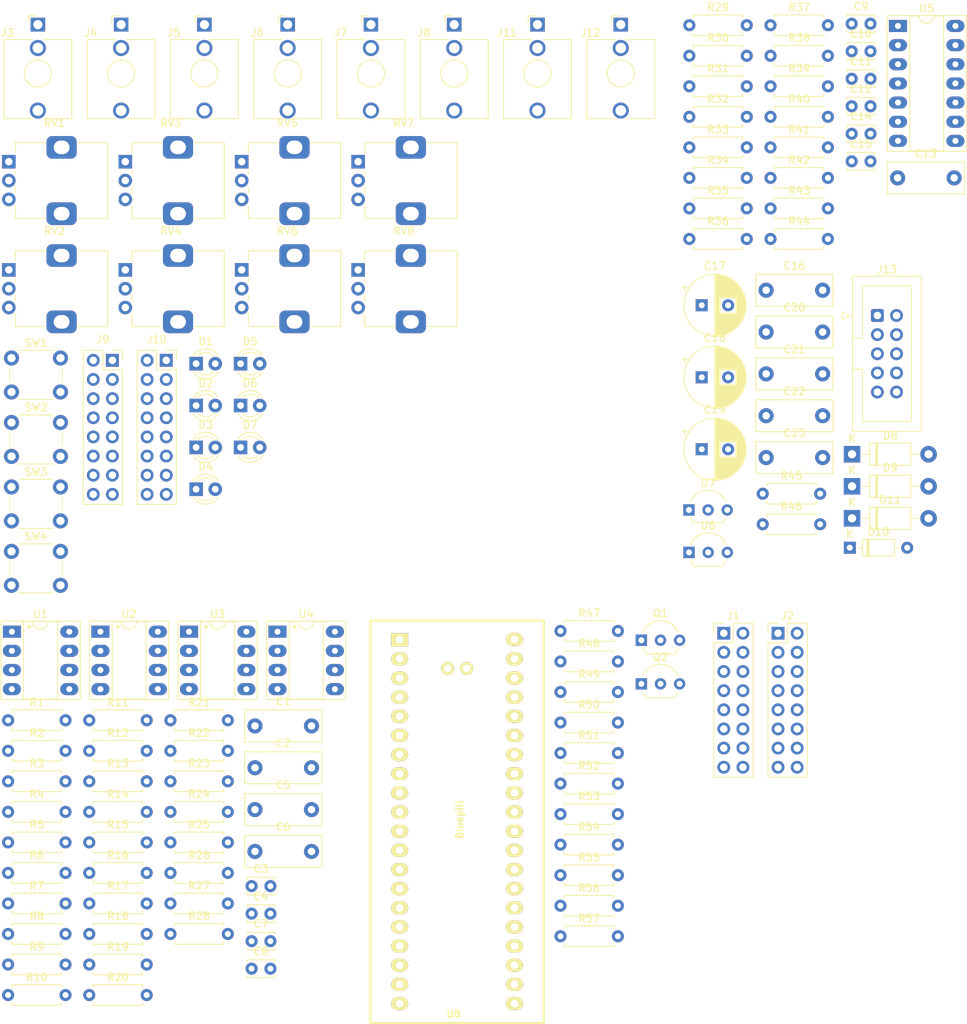
<source format=kicad_pcb>
(kicad_pcb (version 20240108) (generator "pcbnew") (generator_version "8.0")
  (layers (0 "F.Cu" signal) (31 "B.Cu" signal) (34 "B.Paste" user) (35 "F.Paste" user) (36 "B.SilkS" user "B.Silkscreen") (37 "F.SilkS" user "F.Silkscreen") (38 "B.Mask" user) (39 "F.Mask" user) (44 "Edge.Cuts" user))
  (net 0 "")
  (net 1 "-12V")
  (net 2 "+12V")
  (net 3 "GND")
  (net 4 "+3V3")
  (net 5 "Net-(U2A--)")
  (net 6 "/Inputs/CV1")
  (net 7 "Net-(U2B--)")
  (net 8 "/Inputs/CV2")
  (net 9 "/Inputs/CV3")
  (net 10 "Net-(U4A--)")
  (net 11 "/Inputs/CV4")
  (net 12 "Net-(U4B--)")
  (net 13 "Net-(C9-Pad1)")
  (net 14 "Net-(C10-Pad1)")
  (net 15 "Net-(U5C-+)")
  (net 16 "Net-(U5B-+)")
  (net 17 "Net-(C14-Pad2)")
  (net 18 "Net-(U5D--)")
  (net 19 "Net-(C15-Pad2)")
  (net 20 "Net-(U5A--)")
  (net 21 "/-10V_REF")
  (net 22 "/Output/-3V6_REF")
  (net 23 "+5V")
  (net 24 "GND1")
  (net 25 "/Front PCB/LED_SALIDA_1")
  (net 26 "/Front PCB/LED_SALIDA_2")
  (net 27 "/Front PCB/LED1")
  (net 28 "/Front PCB/LED2")
  (net 29 "/Front PCB/LED3")
  (net 30 "/Front PCB/LED4")
  (net 31 "/Front PCB/LED5")
  (net 32 "Net-(D8-A)")
  (net 33 "Net-(D9-K)")
  (net 34 "/CV1_JACK")
  (net 35 "/CV1_POT")
  (net 36 "/CV2_POT")
  (net 37 "/CV1_ATVPOT")
  (net 38 "/CV2_JACK")
  (net 39 "/CV2_ATVPOT")
  (net 40 "/CV4_POT")
  (net 41 "/CV3_JACK")
  (net 42 "/TRIG_2")
  (net 43 "/TRIG_1")
  (net 44 "/CV4_ATVPOT")
  (net 45 "/CV4_JACK")
  (net 46 "/CV3_ATVPOT")
  (net 47 "/CV3_POT")
  (net 48 "/LED2")
  (net 49 "/OUT2")
  (net 50 "/SW_DUAL")
  (net 51 "/SW_TRIG2")
  (net 52 "/LED5")
  (net 53 "/LED1")
  (net 54 "/SW_TRIG1")
  (net 55 "/SW_MODE")
  (net 56 "/LED3")
  (net 57 "/LED_SALIDA_1")
  (net 58 "/LED_SALIDA_2")
  (net 59 "/OUT1")
  (net 60 "/LED4")
  (net 61 "/Front PCB/CV1_JACK")
  (net 62 "/Front PCB/CV2_JACK")
  (net 63 "/Front PCB/CV3_JACK")
  (net 64 "/Front PCB/CV4_JACK")
  (net 65 "/Front PCB/TRIG_1")
  (net 66 "/Front PCB/TRIG_2")
  (net 67 "/Front PCB/-10V_REF")
  (net 68 "/Front PCB/CV2_POT")
  (net 69 "/Front PCB/CV4_POT")
  (net 70 "/Front PCB/CV4_ATVPOT")
  (net 71 "/Front PCB/CV3_POT")
  (net 72 "/Front PCB/CV1_POT")
  (net 73 "/Front PCB/CV3_ATVPOT")
  (net 74 "/Front PCB/CV2_ATVPOT")
  (net 75 "/Front PCB/CV1_ATVPOT")
  (net 76 "/Front PCB/SW_TRIG2")
  (net 77 "/Front PCB/OUT2")
  (net 78 "/Front PCB/SW_DUAL")
  (net 79 "/Front PCB/SW_TRIG1")
  (net 80 "/Front PCB/OUT1")
  (net 81 "/Front PCB/SW_MODE")
  (net 84 "Net-(Q1-B)")
  (net 85 "/Processor/STM_TRIG_1")
  (net 86 "Net-(Q2-B)")
  (net 87 "/Processor/STM_TRIG_2")
  (net 88 "Net-(U1A--)")
  (net 89 "Net-(U1B--)")
  (net 90 "Net-(R7-Pad2)")
  (net 91 "Net-(R11-Pad1)")
  (net 92 "Net-(U3A--)")
  (net 93 "Net-(U3B--)")
  (net 94 "Net-(R21-Pad2)")
  (net 95 "Net-(R22-Pad2)")
  (net 96 "/Output/CH1_PWM1")
  (net 97 "/Output/CH1_PWM2")
  (net 98 "Net-(R30-Pad1)")
  (net 99 "/Output/CH2_PWM1")
  (net 100 "Net-(R32-Pad1)")
  (net 101 "/Output/CH2_PWM2")
  (net 102 "Net-(U5C--)")
  (net 103 "Net-(U5B--)")
  (net 104 "Net-(U8-PA4)")
  (net 105 "Net-(U8-PA5_SCK1)")
  (net 106 "Net-(U8-PA6_MISO1)")
  (net 107 "Net-(U8-PA7_MOSI1)")
  (net 108 "Net-(U8-PB0)")
  (net 109 "Net-(U8-PB1)")
  (net 110 "Net-(U8-PB10_SCL2)")
  (footprint "Resistor_THT:R_Axial_DIN0207_L6.3mm_D2.5mm_P7.62mm_Horizontal" (layer "F.Cu") (at 100.33 152.02)
    (property "Reference" "R26" (at 3.81 -2.37 0) (layer "F.SilkS"))
    (property "Value" "100k")
    (pad "1" thru_hole circle (at 0 0) (size 1.6 1.6) (drill 0.8) (layers "*.Cu" "*.Mask") (net 40 "/CV4_POT"))
    (pad "2" thru_hole oval (at 7.62 0) (size 1.6 1.6) (drill 0.8) (layers "*.Cu" "*.Mask") (net 12 "Net-(U4B--)"))
  )
  (footprint "Resistor_THT:R_Axial_DIN0207_L6.3mm_D2.5mm_P7.62mm_Horizontal" (layer "F.Cu") (at 152.09 148.27)
    (property "Reference" "R54" (at 3.81 -2.37 0) (layer "F.SilkS"))
    (property "Value" "10k")
    (pad "1" thru_hole circle (at 0 0) (size 1.6 1.6) (drill 0.8) (layers "*.Cu" "*.Mask") (net 4 "+3V3"))
    (pad "2" thru_hole oval (at 7.62 0) (size 1.6 1.6) (drill 0.8) (layers "*.Cu" "*.Mask") (net 85 "/Processor/STM_TRIG_1"))
  )
  (footprint "Resistor_THT:R_Axial_DIN0207_L6.3mm_D2.5mm_P7.62mm_Horizontal" (layer "F.Cu") (at 169.19 63.87)
    (property "Reference" "R35" (at 3.81 -2.37 0) (layer "F.SilkS"))
    (property "Value" "1k5")
    (pad "1" thru_hole circle (at 0 0) (size 1.6 1.6) (drill 0.8) (layers "*.Cu" "*.Mask") (net 15 "Net-(U5C-+)"))
    (pad "2" thru_hole oval (at 7.62 0) (size 1.6 1.6) (drill 0.8) (layers "*.Cu" "*.Mask") (net 13 "Net-(C9-Pad1)"))
  )
  (footprint "Library:Jack_3.5mm_QingPu_WQP-PJ398SM_Vertical_CircularHoles_3D" (layer "F.Cu") (at 104.84 39.49)
    (property "Reference" "J5" (at -4.03 1.08 180) (layer "F.SilkS"))
    (property "Value" "CV3")
    (pad "S" thru_hole rect (at 0 0 180) (size 1.93 1.83) (drill 1.22) (layers "*.Cu" "*.Mask") (net 24 "GND1"))
    (pad "T" thru_hole circle (at 0 11.4 180) (size 2.13 2.13) (drill 1.43) (layers "*.Cu" "*.Mask") (net 63 "/Front PCB/CV3_JACK"))
    (pad "TN" thru_hole circle (at 0 3.1 180) (size 2.13 2.13) (drill 1.42) (layers "*.Cu" "*.Mask") (net 24 "GND1"))
  )
  (footprint "Library:Potentiometer_Alps_RK09K_Single_Vertical" (layer "F.Cu") (at 78.89 72.02)
    (property "Reference" "RV2" (at 6.05 -5.15 0) (layer "F.SilkS"))
    (property "Value" "B10k")
    (pad "1" thru_hole rect (at 0 0) (size 1.8 1.8) (drill 1) (layers "*.Cu" "*.Mask") (net 24 "GND1"))
    (pad "2" thru_hole circle (at 0 2.5) (size 1.8 1.8) (drill 1) (layers "*.Cu" "*.Mask") (net 68 "/Front PCB/CV2_POT"))
    (pad "3" thru_hole circle (at 0 5) (size 1.8 1.8) (drill 1) (layers "*.Cu" "*.Mask") (net 67 "/Front PCB/-10V_REF"))
    (pad "MP" thru_hole roundrect (at 7 -1.9) (size 4 3) (drill oval 2.1 1.8) (layers "*.Cu" "*.Mask"))
    (pad "MP" thru_hole roundrect (at 7 6.9) (size 4 3) (drill oval 2.1 1.8) (layers "*.Cu" "*.Mask"))
  )
  (footprint "Capacitor_THT:C_Rect_L10.0mm_W4.0mm_P7.50mm_MKS4" (layer "F.Cu") (at 111.55 132.52)
    (property "Reference" "C1" (at 3.75 -3.25 0) (layer "F.SilkS"))
    (property "Value" "100n")
    (pad "1" thru_hole circle (at 0 0) (size 2 2) (drill 1) (layers "*.Cu" "*.Mask") (net 2 "+12V"))
    (pad "2" thru_hole circle (at 7.5 0) (size 2 2) (drill 1) (layers "*.Cu" "*.Mask") (net 1 "-12V"))
  )
  (footprint "Package_TO_SOT_THT:TO-92_Inline_Wide" (layer "F.Cu") (at 169.15 109.5)
    (property "Reference" "U6" (at 2.54 -3.56 0) (layer "F.SilkS"))
    (property "Value" "LM4040LP-10")
    (pad "1" thru_hole rect (at 0 0) (size 1.5 1.5) (drill 0.8) (layers "*.Cu" "*.Mask"))
    (pad "2" thru_hole circle (at 2.54 0) (size 1.5 1.5) (drill 0.8) (layers "*.Cu" "*.Mask") (net 3 "GND"))
    (pad "3" thru_hole circle (at 5.08 0) (size 1.5 1.5) (drill 0.8) (layers "*.Cu" "*.Mask") (net 21 "/-10V_REF"))
  )
  (footprint "Capacitor_THT:C_Disc_D3.4mm_W2.1mm_P2.50mm" (layer "F.Cu") (at 111.1 157.42)
    (property "Reference" "C4" (at 1.25 -2.3 0) (layer "F.SilkS"))
    (property "Value" "150pf")
    (pad "1" thru_hole circle (at 0 0) (size 1.6 1.6) (drill 0.8) (layers "*.Cu" "*.Mask") (net 7 "Net-(U2B--)"))
    (pad "2" thru_hole circle (at 2.5 0) (size 1.6 1.6) (drill 0.8) (layers "*.Cu" "*.Mask") (net 8 "/Inputs/CV2"))
  )
  (footprint "Connector_PinHeader_2.54mm:PinHeader_2x08_P2.54mm_Vertical" (layer "F.Cu") (at 173.76 120.22)
    (property "Reference" "J1" (at 1.27 -2.33 0) (layer "F.SilkS"))
    (property "Value" "Pins_02x08_P1.27mm_TH")
    (pad "1" thru_hole rect (at 0 0) (size 1.7 1.7) (drill 1) (layers "*.Cu" "*.Mask") (net 34 "/CV1_JACK"))
    (pad "2" thru_hole oval (at 2.54 0) (size 1.7 1.7) (drill 1) (layers "*.Cu" "*.Mask") (net 21 "/-10V_REF"))
    (pad "3" thru_hole oval (at 0 2.54) (size 1.7 1.7) (drill 1) (layers "*.Cu" "*.Mask") (net 37 "/CV1_ATVPOT"))
    (pad "4" thru_hole oval (at 2.54 2.54) (size 1.7 1.7) (drill 1) (layers "*.Cu" "*.Mask") (net 3 "GND"))
    (pad "5" thru_hole oval (at 0 5.08) (size 1.7 1.7) (drill 1) (layers "*.Cu" "*.Mask") (net 35 "/CV1_POT"))
    (pad "6" thru_hole oval (at 2.54 5.08) (size 1.7 1.7) (drill 1) (layers "*.Cu" "*.Mask") (net 43 "/TRIG_1"))
    (pad "7" thru_hole oval (at 0 7.62) (size 1.7 1.7) (drill 1) (layers "*.Cu" "*.Mask") (net 38 "/CV2_JACK"))
    (pad "8" thru_hole oval (at 2.54 7.62) (size 1.7 1.7) (drill 1) (layers "*.Cu" "*.Mask") (net 42 "/TRIG_2"))
    (pad "9" thru_hole oval (at 0 10.16) (size 1.7 1.7) (drill 1) (layers "*.Cu" "*.Mask") (net 39 "/CV2_ATVPOT"))
    (pad "10" thru_hole oval (at 2.54 10.16) (size 1.7 1.7) (drill 1) (layers "*.Cu" "*.Mask") (net 40 "/CV4_POT"))
    (pad "11" thru_hole oval (at 0 12.7) (size 1.7 1.7) (drill 1) (layers "*.Cu" "*.Mask") (net 36 "/CV2_POT"))
    (pad "12" thru_hole oval (at 2.54 12.7) (size 1.7 1.7) (drill 1) (layers "*.Cu" "*.Mask") (net 44 "/CV4_ATVPOT"))
    (pad "13" thru_hole oval (at 0 15.24) (size 1.7 1.7) (drill 1) (layers "*.Cu" "*.Mask") (net 41 "/CV3_JACK"))
    (pad "14" thru_hole oval (at 2.54 15.24) (size 1.7 1.7) (drill 1) (layers "*.Cu" "*.Mask") (net 45 "/CV4_JACK"))
    (pad "15" thru_hole oval (at 0 17.78) (size 1.7 1.7) (drill 1) (layers "*.Cu" "*.Mask") (net 46 "/CV3_ATVPOT"))
    (pad "16" thru_hole oval (at 2.54 17.78) (size 1.7 1.7) (drill 1) (layers "*.Cu" "*.Mask") (net 47 "/CV3_POT"))
  )
  (footprint "Resistor_THT:R_Axial_DIN0207_L6.3mm_D2.5mm_P7.62mm_Horizontal" (layer "F.Cu") (at 179.96 47.67)
    (property "Reference" "R39" (at 3.81 -2.37 0) (layer "F.SilkS"))
    (property "Value" "15k")
    (pad "1" thru_hole circle (at 0 0) (size 1.6 1.6) (drill 0.8) (layers "*.Cu" "*.Mask") (net 20 "Net-(U5A--)"))
    (pad "2" thru_hole oval (at 7.62 0) (size 1.6 1.6) (drill 0.8) (layers "*.Cu" "*.Mask") (net 22 "/Output/-3V6_REF"))
  )
  (footprint "Resistor_THT:R_Axial_DIN0207_L6.3mm_D2.5mm_P7.62mm_Horizontal" (layer "F.Cu") (at 152.09 144.22)
    (property "Reference" "R53" (at 3.81 -2.37 0) (layer "F.SilkS"))
    (property "Value" "2k")
    (pad "1" thru_hole circle (at 0 0) (size 1.6 1.6) (drill 0.8) (layers "*.Cu" "*.Mask") (net 53 "/LED1"))
    (pad "2" thru_hole oval (at 7.62 0) (size 1.6 1.6) (drill 0.8) (layers "*.Cu" "*.Mask") (net 110 "Net-(U8-PB10_SCL2)"))
  )
  (footprint "Connector_PinHeader_2.54mm:PinHeader_2x08_P2.54mm_Vertical" (layer "F.Cu") (at 180.96 120.22)
    (property "Reference" "J2" (at 1.27 -2.33 0) (layer "F.SilkS"))
    (property "Value" "Pins_02x08_P1.27mm_TH")
    (pad "1" thru_hole rect (at 0 0) (size 1.7 1.7) (drill 1) (layers "*.Cu" "*.Mask") (net 57 "/LED_SALIDA_1"))
    (pad "2" thru_hole oval (at 2.54 0) (size 1.7 1.7) (drill 1) (layers "*.Cu" "*.Mask") (net 50 "/SW_DUAL"))
    (pad "3" thru_hole oval (at 0 2.54) (size 1.7 1.7) (drill 1) (layers "*.Cu" "*.Mask") (net 58 "/LED_SALIDA_2"))
    (pad "4" thru_hole oval (at 2.54 2.54) (size 1.7 1.7) (drill 1) (layers "*.Cu" "*.Mask") (net 55 "/SW_MODE"))
    (pad "5" thru_hole oval (at 0 5.08) (size 1.7 1.7) (drill 1) (layers "*.Cu" "*.Mask") (net 53 "/LED1"))
    (pad "6" thru_hole oval (at 2.54 5.08) (size 1.7 1.7) (drill 1) (layers "*.Cu" "*.Mask") (net 54 "/SW_TRIG1"))
    (pad "7" thru_hole oval (at 0 7.62) (size 1.7 1.7) (drill 1) (layers "*.Cu" "*.Mask") (net 48 "/LED2"))
    (pad "8" thru_hole oval (at 2.54 7.62) (size 1.7 1.7) (drill 1) (layers "*.Cu" "*.Mask") (net 51 "/SW_TRIG2"))
    (pad "9" thru_hole oval (at 0 10.16) (size 1.7 1.7) (drill 1) (layers "*.Cu" "*.Mask") (net 56 "/LED3"))
    (pad "10" thru_hole oval (at 2.54 10.16) (size 1.7 1.7) (drill 1) (layers "*.Cu" "*.Mask") (net 3 "GND"))
    (pad "11" thru_hole oval (at 0 12.7) (size 1.7 1.7) (drill 1) (layers "*.Cu" "*.Mask") (net 60 "/LED4"))
    (pad "12" thru_hole oval (at 2.54 12.7) (size 1.7 1.7) (drill 1) (layers "*.Cu" "*.Mask") (net 3 "GND"))
    (pad "13" thru_hole oval (at 0 15.24) (size 1.7 1.7) (drill 1) (layers "*.Cu" "*.Mask") (net 52 "/LED5"))
    (pad "14" thru_hole oval (at 2.54 15.24) (size 1.7 1.7) (drill 1) (layers "*.Cu" "*.Mask") (net 59 "/OUT1"))
    (pad "15" thru_hole oval (at 0 17.78) (size 1.7 1.7) (drill 1) (layers "*.Cu" "*.Mask") (net 3 "GND"))
    (pad "16" thru_hole oval (at 2.54 17.78) (size 1.7 1.7) (drill 1) (layers "*.Cu" "*.Mask") (net 49 "/OUT2"))
  )
  (footprint "Capacitor_THT:C_Rect_L10.0mm_W4.0mm_P7.50mm_MKS4" (layer "F.Cu") (at 111.55 149.17)
    (property "Reference" "C6" (at 3.75 -3.25 0) (layer "F.SilkS"))
    (property "Value" "100n")
    (pad "1" thru_hole circle (at 0 0) (size 2 2) (drill 1) (layers "*.Cu" "*.Mask") (net 4 "+3V3"))
    (pad "2" thru_hole circle (at 7.5 0) (size 2 2) (drill 1) (layers "*.Cu" "*.Mask") (net 3 "GND"))
  )
  (footprint "Resistor_THT:R_Axial_DIN0207_L6.3mm_D2.5mm_P7.62mm_Horizontal" (layer "F.Cu") (at 179.96 63.87)
    (property "Reference" "R43" (at 3.81 -2.37 0) (layer "F.SilkS"))
    (property "Value" "1k")
    (pad "1" thru_hole circle (at 0 0) (size 1.6 1.6) (drill 0.8) (layers "*.Cu" "*.Mask") (net 59 "/OUT1"))
    (pad "2" thru_hole oval (at 7.62 0) (size 1.6 1.6) (drill 0.8) (layers "*.Cu" "*.Mask") (net 17 "Net-(C14-Pad2)"))
  )
  (footprint "Resistor_THT:R_Axial_DIN0207_L6.3mm_D2.5mm_P7.62mm_Horizontal" (layer "F.Cu") (at 152.09 140.17)
    (property "Reference" "R52" (at 3.81 -2.37 0) (layer "F.SilkS"))
    (property "Value" "2k")
    (pad "1" thru_hole circle (at 0 0) (size 1.6 1.6) (drill 0.8) (layers "*.Cu" "*.Mask") (net 57 "/LED_SALIDA_1"))
    (pad "2" thru_hole oval (at 7.62 0) (size 1.6 1.6) (drill 0.8) (layers "*.Cu" "*.Mask") (net 109 "Net-(U8-PB1)"))
  )
  (footprint "Capacitor_THT:C_Rect_L10.0mm_W4.0mm_P7.50mm_MKS4" (layer "F.Cu") (at 179.38 96.92)
    (property "Reference" "C23" (at 3.75 -3.25 0) (layer "F.SilkS"))
    (property "Value" "100n")
    (pad "1" thru_hole circle (at 0 0) (size 2 2) (drill 1) (layers "*.Cu" "*.Mask") (net 23 "+5V"))
    (pad "2" thru_hole circle (at 7.5 0) (size 2 2) (drill 1) (layers "*.Cu" "*.Mask") (net 3 "GND"))
  )
  (footprint "Resistor_THT:R_Axial_DIN0207_L6.3mm_D2.5mm_P7.62mm_Horizontal" (layer "F.Cu") (at 169.19 51.72)
    (property "Reference" "R32" (at 3.81 -2.37 0) (layer "F.SilkS"))
    (property "Value" "180k")
    (pad "1" thru_hole circle (at 0 0) (size 1.6 1.6) (drill 0.8) (layers "*.Cu" "*.Mask") (net 100 "Net-(R32-Pad1)"))
    (pad "2" thru_hole oval (at 7.62 0) (size 1.6 1.6) (drill 0.8) (layers "*.Cu" "*.Mask") (net 101 "/Output/CH2_PWM2"))
  )
  (footprint "Resistor_THT:R_Axial_DIN0207_L6.3mm_D2.5mm_P7.62mm_Horizontal" (layer "F.Cu") (at 100.33 139.87)
    (property "Reference" "R23" (at 3.81 -2.37 0) (layer "F.SilkS"))
    (property "Value" "100k")
    (pad "1" thru_hole circle (at 0 0) (size 1.6 1.6) (drill 0.8) (layers "*.Cu" "*.Mask") (net 94 "Net-(R21-Pad2)"))
    (pad "2" thru_hole oval (at 7.62 0) (size 1.6 1.6) (drill 0.8) (layers "*.Cu" "*.Mask") (net 10 "Net-(U4A--)"))
  )
  (footprint "Resistor_THT:R_Axial_DIN0207_L6.3mm_D2.5mm_P7.62mm_Horizontal" (layer "F.Cu") (at 179.96 43.62)
    (property "Reference" "R38" (at 3.81 -2.37 0) (layer "F.SilkS"))
    (property "Value" "6k8")
    (pad "1" thru_hole circle (at 0 0) (size 1.6 1.6) (drill 0.8) (layers "*.Cu" "*.Mask") (net 18 "Net-(U5D--)"))
    (pad "2" thru_hole oval (at 7.62 0) (size 1.6 1.6) (drill 0.8) (layers "*.Cu" "*.Mask") (net 102 "Net-(U5C--)"))
  )
  (footprint "Resistor_THT:R_Axial_DIN0207_L6.3mm_D2.5mm_P7.62mm_Horizontal" (layer "F.Cu") (at 100.33 160.12)
    (property "Reference" "R28" (at 3.81 -2.37 0) (layer "F.SilkS"))
    (property "Value" "33k")
    (pad "1" thru_hole circle (at 0 0) (size 1.6 1.6) (drill 0.8) (layers "*.Cu" "*.Mask") (net 12 "Net-(U4B--)"))
    (pad "2" thru_hole oval (at 7.62 0) (size 1.6 1.6) (drill 0.8) (layers "*.Cu" "*.Mask") (net 11 "/Inputs/CV4"))
  )
  (footprint "Resistor_THT:R_Axial_DIN0207_L6.3mm_D2.5mm_P7.62mm_Horizontal" (layer "F.Cu") (at 89.56 139.87)
    (property "Reference" "R13" (at 3.81 -2.37 0) (layer "F.SilkS"))
    (property "Value" "33k")
    (pad "1" thru_hole circle (at 0 0) (size 1.6 1.6) (drill 0.8) (layers "*.Cu" "*.Mask") (net 5 "Net-(U2A--)"))
    (pad "2" thru_hole oval (at 7.62 0) (size 1.6 1.6) (drill 0.8) (layers "*.Cu" "*.Mask") (net 6 "/Inputs/CV1"))
  )
  (footprint "Capacitor_THT:C_Rect_L10.0mm_W4.0mm_P7.50mm_MKS4" (layer "F.Cu") (at 179.38 91.37)
    (property "Reference" "C22" (at 3.75 -3.25 0) (layer "F.SilkS"))
    (property "Value" "100n")
    (pad "1" thru_hole circle (at 0 0) (size 2 2) (drill 1) (layers "*.Cu" "*.Mask") (net 22 "/Output/-3V6_REF"))
    (pad "2" thru_hole circle (at 7.5 0) (size 2 2) (drill 1) (layers "*.Cu" "*.Mask") (net 3 "GND"))
  )
  (footprint "Resistor_THT:R_Axial_DIN0207_L6.3mm_D2.5mm_P7.62mm_Horizontal" (layer "F.Cu") (at 152.09 119.92)
    (property "Reference" "R47" (at 3.81 -2.37 0) (layer "F.SilkS"))
    (property "Value" "2k")
    (pad "1" thru_hole circle (at 0 0) (size 1.6 1.6) (drill 0.8) (layers "*.Cu" "*.Mask") (net 48 "/LED2"))
    (pad "2" thru_hole oval (at 7.62 0) (size 1.6 1.6) (drill 0.8) (layers "*.Cu" "*.Mask") (net 104 "Net-(U8-PA4)"))
  )
  (footprint "Resistor_THT:R_Axial_DIN0207_L6.3mm_D2.5mm_P7.62mm_Horizontal" (layer "F.Cu") (at 89.56 135.82)
    (property "Reference" "R12" (at 3.81 -2.37 0) (layer "F.SilkS"))
    (property "Value" "100k")
    (pad "1" thru_hole circle (at 0 0) (size 1.6 1.6) (drill 0.8) (layers "*.Cu" "*.Mask") (net 36 "/CV2_POT"))
    (pad "2" thru_hole oval (at 7.62 0) (size 1.6 1.6) (drill 0.8) (layers "*.Cu" "*.Mask") (net 7 "Net-(U2B--)"))
  )
  (footprint "Button_Switch_THT:SW_PUSH_6mm_H13mm" (layer "F.Cu") (at 79.24 100.82)
    (property "Reference" "SW3" (at 3.25 -2 0) (layer "F.SilkS"))
    (property "Value" "SW_Mode")
    (pad "1" thru_hole circle (at 0 0 90) (size 2 2) (drill 1.1) (layers "*.Cu" "*.Mask") (net 81 "/Front PCB/SW_MODE"))
    (pad "1" thru_hole circle (at 6.5 0 90) (size 2 2) (drill 1.1) (layers "*.Cu" "*.Mask") (net 81 "/Front PCB/SW_MODE"))
    (pad "2" thru_hole circle (at 0 4.5 90) (size 2 2) (drill 1.1) (layers "*.Cu" "*.Mask") (net 24 "GND1"))
    (pad "2" thru_hole circle (at 6.5 4.5 90) (size 2 2) (drill 1.1) (layers "*.Cu" "*.Mask") (net 24 "GND1"))
  )
  (footprint "Library:Potentiometer_Alps_RK09K_Single_Vertical_DSHAFT" (layer "F.Cu") (at 109.79 57.67)
    (property "Reference" "RV5" (at 6.05 -5.15 0) (layer "F.SilkS"))
    (property "Value" "B100k")
    (pad "1" thru_hole rect (at 0 0) (size 1.8 1.8) (drill 1) (layers "*.Cu" "*.Mask") (net 24 "GND1"))
    (pad "2" thru_hole circle (at 0 2.5) (size 1.8 1.8) (drill 1) (layers "*.Cu" "*.Mask") (net 74 "/Front PCB/CV2_ATVPOT"))
    (pad "3" thru_hole circle (at 0 5) (size 1.8 1.8) (drill 1) (layers "*.Cu" "*.Mask") (net 62 "/Front PCB/CV2_JACK"))
    (pad "MP" thru_hole roundrect (at 7 -1.9) (size 4 3) (drill oval 2.1 1.8) (layers "*.Cu" "*.Mask"))
    (pad "MP" thru_hole roundrect (at 7 6.9) (size 4 3) (drill oval 2.1 1.8) (layers "*.Cu" "*.Mask"))
  )
  (footprint "Resistor_THT:R_Axial_DIN0207_L6.3mm_D2.5mm_P7.62mm_Horizontal" (layer "F.Cu") (at 89.56 156.07)
    (property "Reference" "R17" (at 3.81 -2.37 0) (layer "F.SilkS"))
    (property "Value" "47k")
    (pad "1" thru_hole circle (at 0 0) (size 1.6 1.6) (drill 0.8) (layers "*.Cu" "*.Mask") (net 45 "/CV4_JACK"))
    (pad "2" thru_hole oval (at 7.62 0) (size 1.6 1.6) (drill 0.8) (layers "*.Cu" "*.Mask") (net 44 "/CV4_ATVPOT"))
  )
  (footprint "LED_THT:LED_D3.0mm" (layer "F.Cu") (at 103.74 90.02)
    (property "Reference" "D2" (at 1.27 -2.96 0) (layer "F.SilkS"))
    (property "Value" "LED")
    (pad "1" thru_hole rect (at 0 0) (size 1.8 1.8) (drill 0.9) (layers "*.Cu" "*.Mask") (net 24 "GND1"))
    (pad "2" thru_hole circle (at 2.54 0) (size 1.8 1.8) (drill 0.9) (layers "*.Cu" "*.Mask") (net 26 "/Front PCB/LED_SALIDA_2"))
  )
  (footprint "Resistor_THT:R_Axial_DIN0207_L6.3mm_D2.5mm_P7.62mm_Horizontal" (layer "F.Cu") (at 152.09 160.42)
    (property "Reference" "R57" (at 3.81 -2.37 0) (layer "F.SilkS"))
    (property "Value" "100k")
    (pad "1" thru_hole circle (at 0 0) (size 1.6 1.6) (drill 0.8) (layers "*.Cu" "*.Mask") (net 42 "/TRIG_2"))
    (pad "2" thru_hole oval (at 7.62 0) (size 1.6 1.6) (drill 0.8) (layers "*.Cu" "*.Mask") (net 86 "Net-(Q2-B)"))
  )
  (footprint "Library:Jack_3.5mm_QingPu_WQP-PJ398SM_Vertical_CircularHoles_3D" (layer "F.Cu") (at 126.94 39.49)
    (property "Reference" "J7" (at -4.03 1.08 180) (layer "F.SilkS"))
    (property "Value" "in1")
    (pad "S" thru_hole rect (at 0 0 180) (size 1.93 1.83) (drill 1.22) (layers "*.Cu" "*.Mask") (net 24 "GND1"))
    (pad "T" thru_hole circle (at 0 11.4 180) (size 2.13 2.13) (drill 1.43) (layers "*.Cu" "*.Mask") (net 65 "/Front PCB/TRIG_1"))
    (pad "TN" thru_hole circle (at 0 3.1 180) (size 2.13 2.13) (drill 1.42) (layers "*.Cu" "*.Mask") (net 24 "GND1"))
  )
  (footprint "Resistor_THT:R_Axial_DIN0207_L6.3mm_D2.5mm_P7.62mm_Horizontal" (layer "F.Cu") (at 169.19 47.67)
    (property "Reference" "R31" (at 3.81 -2.37 0) (layer "F.SilkS"))
    (property "Value" "1k5")
    (pad "1" thru_hole circle (at 0 0) (size 1.6 1.6) (drill 0.8) (layers "*.Cu" "*.Mask") (net 14 "Net-(C10-Pad1)"))
    (pad "2" thru_hole oval (at 7.62 0) (size 1.6 1.6) (drill 0.8) (layers "*.Cu" "*.Mask") (net 99 "/Output/CH2_PWM1"))
  )
  (footprint "Library:Potentiometer_Alps_RK09K_Single_Vertical_DSHAFT" (layer "F.Cu") (at 125.24 72.02)
    (property "Reference" "RV8" (at 6.05 -5.15 0) (layer "F.SilkS"))
    (property "Value" "B100k")
    (pad "1" thru_hole rect (at 0 0) (size 1.8 1.8) (drill 1) (layers "*.Cu" "*.Mask") (net 24 "GND1"))
    (pad "2" thru_hole circle (at 0 2.5) (size 1.8 1.8) (drill 1) (layers "*.Cu" "*.Mask") (net 70 "/Front PCB/CV4_ATVPOT"))
    (pad "3" thru_hole circle (at 0 5) (size 1.8 1.8) (drill 1) (layers "*.Cu" "*.Mask") (net 64 "/Front PCB/CV4_JACK"))
    (pad "MP" thru_hole roundrect (at 7 -1.9) (size 4 3) (drill oval 2.1 1.8) (layers "*.Cu" "*.Mask"))
    (pad "MP" thru_hole roundrect (at 7 6.9) (size 4 3) (drill oval 2.1 1.8) (layers "*.Cu" "*.Mask"))
  )
  (footprint "Resistor_THT:R_Axial_DIN0207_L6.3mm_D2.5mm_P7.62mm_Horizontal" (layer "F.Cu") (at 89.56 152.02)
    (property "Reference" "R16" (at 3.81 -2.37 0) (layer "F.SilkS"))
    (property "Value" "47k")
    (pad "1" thru_hole circle (at 0 0) (size 1.6 1.6) (drill 0.8) (layers "*.Cu" "*.Mask") (net 46 "/CV3_ATVPOT"))
    (pad "2" thru_hole oval (at 7.62 0) (size 1.6 1.6) (drill 0.8) (layers "*.Cu" "*.Mask") (net 3 "GND"))
  )
  (footprint "LED_THT:LED_D3.0mm" (layer "F.Cu") (at 109.64 95.57)
    (property "Reference" "D7" (at 1.27 -2.96 0) (layer "F.SilkS"))
    (property "Value" "LED")
    (pad "1" thru_hole rect (at 0 0) (size 1.8 1.8) (drill 0.9) (layers "*.Cu" "*.Mask") (net 24 "GND1"))
    (pad "2" thru_hole circle (at 2.54 0) (size 1.8 1.8) (drill 0.9) (layers "*.Cu" "*.Mask") (net 31 "/Front PCB/LED5"))
  )
  (footprint "Resistor_THT:R_Axial_DIN0207_L6.3mm_D2.5mm_P7.62mm_Horizontal" (layer "F.Cu") (at 152.09 156.37)
    (property "Reference" "R56" (at 3.81 -2.37 0) (layer "F.SilkS"))
    (property "Value" "100k")
    (pad "1" thru_hole circle (at 0 0) (size 1.6 1.6) (drill 0.8) (layers "*.Cu" "*.Mask") (net 43 "/TRIG_1"))
    (pad "2" thru_hole oval (at 7.62 0) (size 1.6 1.6) (drill 0.8) (layers "*.Cu" "*.Mask") (net 84 "Net-(Q1-B)"))
  )
  (footprint "LED_THT:LED_D3.0mm" (layer "F.Cu") (at 109.64 90.02)
    (property "Reference" "D6" (at 1.27 -2.96 0) (layer "F.SilkS"))
    (property "Value" "LED")
    (pad "1" thru_hole rect (at 0 0) (size 1.8 1.8) (drill 0.9) (layers "*.Cu" "*.Mask") (net 24 "GND1"))
    (pad "2" thru_hole circle (at 2.54 0) (size 1.8 1.8) (drill 0.9) (layers "*.Cu" "*.Mask") (net 30 "/Front PCB/LED4"))
  )
  (footprint "Resistor_THT:R_Axial_DIN0207_L6.3mm_D2.5mm_P7.62mm_Horizontal" (layer "F.Cu") (at 100.33 135.82)
    (property "Reference" "R22" (at 3.81 -2.37 0) (layer "F.SilkS"))
    (property "Value" "100k")
    (pad "1" thru_hole circle (at 0 0) (size 1.6 1.6) (drill 0.8) (layers "*.Cu" "*.Mask") (net 93 "Net-(U3B--)"))
    (pad "2" thru_hole oval (at 7.62 0) (size 1.6 1.6) (drill 0.8) (layers "*.Cu" "*.Mask") (net 95 "Net-(R22-Pad2)"))
  )
  (footprint "LED_THT:LED_D3.0mm" (layer "F.Cu") (at 103.74 84.47)
    (property "Reference" "D1" (at 1.27 -2.96 0) (layer "F.SilkS"))
    (property "Value" "LED")
    (pad "1" thru_hole rect (at 0 0) (size 1.8 1.8) (drill 0.9) (layers "*.Cu" "*.Mask") (net 24 "GND1"))
    (pad "2" thru_hole circle (at 2.54 0) (size 1.8 1.8) (drill 0.9) (layers "*.Cu" "*.Mask") (net 25 "/Front PCB/LED_SALIDA_1"))
  )
  (footprint "PCM_Package_DIP_AKL:DIP-8_W7.62mm_Socket_LongPads" (layer "F.Cu") (at 79.29 120.02)
    (property "Reference" "U1" (at 3.81 -2.33 0) (layer "F.SilkS"))
    (property "Value" "TL072CP" (hide yes))
    (pad "1" thru_hole rect (at 0 0) (size 2.4 1.6) (drill 0.8) (layers "*.Cu" "*.Mask") (net 90 "Net-(R7-Pad2)"))
    (pad "2" thru_hole oval (at 0 2.54) (size 2.4 1.6) (drill 0.8) (layers "*.Cu" "*.Mask") (net 88 "Net-(U1A--)"))
    (pad "3" thru_hole oval (at 0 5.08) (size 2.4 1.6) (drill 0.8) (layers "*.Cu" "*.Mask") (net 37 "/CV1_ATVPOT"))
    (pad "4" thru_hole oval (at 0 7.62) (size 2.4 1.6) (drill 0.8) (layers "*.Cu" "*.Mask") (net 1 "-12V"))
    (pad "5" thru_hole oval (at 7.62 7.62) (size 2.4 1.6) (drill 0.8) (layers "*.Cu" "*.Mask") (net 39 "/CV2_ATVPOT"))
    (pad "6" thru_hole oval (at 7.62 5.08) (size 2.4 1.6) (drill 0.8) (layers "*.Cu" "*.Mask") (net 89 "Net-(U1B--)"))
    (pad "7" thru_hole oval (at 7.62 2.54) (size 2.4 1.6) (drill 0.8) (layers "*.Cu" "*.Mask") (net 91 "Net-(R11-Pad1)"))
    (pad "8" thru_hole oval (at 7.62 0) (size 2.4 1.6) (drill 0.8) (layers "*.Cu" "*.Mask") (net 2 "+12V"))
  )
  (footprint "Resistor_THT:R_Axial_DIN0207_L6.3mm_D2.5mm_P7.62mm_Horizontal" (layer "F.Cu") (at 178.93 105.77)
    (property "Reference" "R46" (at 3.81 -2.37 0) (layer "F.SilkS"))
    (property "Value" "10k")
    (pad "1" thru_hole circle (at 0 0) (size 1.6 1.6) (drill 0.8) (layers "*.Cu" "*.Mask") (net 22 "/Output/-3V6_REF"))
    (pad "2" thru_hole oval (at 7.62 0) (size 1.6 1.6) (drill 0.8) (layers "*.Cu" "*.Mask") (net 1 "-12V"))
  )
  (footprint "Resistor_THT:R_Axial_DIN0207_L6.3mm_D2.5mm_P7.62mm_Horizontal" (layer "F.Cu") (at 152.09 152.32)
    (property "Reference" "R55" (at 3.81 -2.37 0) (layer "F.SilkS"))
    (property "Value" "10k")
    (pad "1" thru_hole circle (at 0 0) (size 1.6 1.6) (drill 0.8) (layers "*.Cu" "*.Mask") (net 4 "+3V3"))
    (pad "2" thru_hole oval (at 7.62 0) (size 1.6 1.6) (drill 0.8) (layers "*.Cu" "*.Mask") (net 87 "/Processor/STM_TRIG_2"))
  )
  (footprint "Button_Switch_THT:SW_PUSH_6mm_H13mm" (layer "F.Cu") (at 79.24 109.37)
    (property "Reference" "SW4" (at 3.25 -2 0) (layer "F.SilkS"))
    (property "Value" "SW_TRIG1")
    (pad "1" thru_hole circle (at 0 0 90) (size 2 2) (drill 1.1) (layers "*.Cu" "*.Mask") (net 79 "/Front PCB/SW_TRIG1"))
    (pad "1" thru_hole circle (at 6.5 0 90) (size 2 2) (drill 1.1) (layers "*.Cu" "*.Mask") (net 79 "/Front PCB/SW_TRIG1"))
    (pad "2" thru_hole circle (at 0 4.5 90) (size 2 2) (drill 1.1) (layers "*.Cu" "*.Mask") (net 24 "GND1"))
    (pad "2" thru_hole circle (at 6.5 4.5 90) (size 2 2) (drill 1.1) (layers "*.Cu" "*.Mask") (net 24 "GND1"))
  )
  (footprint "Package_DIP:DIP-14_W7.62mm_Socket_LongPads" (layer "F.Cu") (at 196.88 39.67)
    (property "Reference" "U5" (at 3.81 -2.33 0) (layer "F.SilkS"))
    (property "Value" "TL074")
    (pad "1" thru_hole rect (at 0 0) (size 2.4 1.6) (drill 0.8) (layers "*.Cu" "*.Mask") (net 19 "Net-(C15-Pad2)"))
    (pad "2" thru_hole oval (at 0 2.54) (size 2.4 1.6) (drill 0.8) (layers "*.Cu" "*.Mask") (net 20 "Net-(U5A--)"))
    (pad "3" thru_hole oval (at 0 5.08) (size 2.4 1.6) (drill 0.8) (layers "*.Cu" "*.Mask") (net 3 "GND"))
    (pad "4" thru_hole oval (at 0 7.62) (size 2.4 1.6) (drill 0.8) (layers "*.Cu" "*.Mask") (net 2 "+12V"))
    (pad "5" thru_hole oval (at 0 10.16) (size 2.4 1.6) (drill 0.8) (layers "*.Cu" "*.Mask") (net 16 "Net-(U5B-+)"))
    (pad "6" thru_hole oval (at 0 12.7) (size 2.4 1.6) (drill 0.8) (layers "*.Cu" "*.Mask") (net 103 "Net-(U5B--)"))
    (pad "7" thru_hole oval (at 0 15.24) (size 2.4 1.6) (drill 0.8) (layers "*.Cu" "*.Mask") (net 103 "Net-(U5B--)"))
    (pad "8" thru_hole oval (at 7.62 15.24) (size 2.4 1.6) (drill 0.8) (layers "*.Cu" "*.Mask") (net 102 "Net-(U5C--)"))
    (pad "9" thru_hole oval (at 7.62 12.7) (size 2.4 1.6) (drill 0.8) (layers "*.Cu" "*.Mask") (net 102 "Net-(U5C--)"))
    (pad "10" thru_hole oval (at 7.62 10.16) (size 2.4 1.6) (drill 0.8) (layers "*.Cu" "*.Mask") (net 15 "Net-(U5C-+)"))
    (pad "11" thru_hole oval (at 7.62 7.62) (size 2.4 1.6) (drill 0.8) (layers "*.Cu" "*.Mask") (net 1 "-12V"))
    (pad "12" thru_hole oval (at 7.62 5.08) (size 2.4 1.6) (drill 0.8) (layers "*.Cu" "*.Mask") (net 3 "GND"))
    (pad "13" thru_hole oval (at 7.62 2.54) (size 2.4 1.6) (drill 0.8) (layers "*.Cu" "*.Mask") (net 18 "Net-(U5D--)"))
    (pad "14" thru_hole oval (at 7.62 0) (size 2.4 1.6) (drill 0.8) (layers "*.Cu" "*.Mask") (net 17 "Net-(C14-Pad2)"))
  )
  (footprint "Resistor_THT:R_Axial_DIN0207_L6.3mm_D2.5mm_P7.62mm_Horizontal" (layer "F.Cu") (at 169.19 59.82)
    (property "Reference" "R34" (at 3.81 -2.37 0) (layer "F.SilkS"))
    (property "Value" "12k")
    (pad "1" thru_hole circle (at 0 0) (size 1.6 1.6) (drill 0.8) (layers "*.Cu" "*.Mask") (net 14 "Net-(C10-Pad1)"))
    (pad "2" thru_hole oval (at 7.62 0) (size 1.6 1.6) (drill 0.8) (layers "*.Cu" "*.Mask") (net 100 "Net-(R32-Pad1)"))
  )
  (footprint "Package_TO_SOT_THT:TO-92_Inline_Wide" (layer "F.Cu") (at 162.82 126.94)
    (property "Reference" "Q2" (at 2.54 -3.56 0) (layer "F.SilkS"))
    (property "Value" "2N3904")
    (pad "1" thru_hole rect (at 0 0) (size 1.5 1.5) (drill 0.8) (layers "*.Cu" "*.Mask") (net 3 "GND"))
    (pad "2" thru_hole circle (at 2.54 0) (size 1.5 1.5) (drill 0.8) (layers "*.Cu" "*.Mask") (net 86 "Net-(Q2-B)"))
    (pad "3" thru_hole circle (at 5.08 0) (size 1.5 1.5) (drill 0.8) (layers "*.Cu" "*.Mask") (net 87 "/Processor/STM_TRIG_2"))
  )
  (footprint "Capacitor_THT:C_Disc_D3.4mm_W2.1mm_P2.50mm" (layer "F.Cu") (at 111.1 161.07)
    (property "Reference" "C7" (at 1.25 -2.3 0) (layer "F.SilkS"))
    (property "Value" "150pf")
    (pad "1" thru_hole circle (at 0 0) (size 1.6 1.6) (drill 0.8) (layers "*.Cu" "*.Mask") (net 10 "Net-(U4A--)"))
    (pad "2" thru_hole circle (at 2.5 0) (size 1.6 1.6) (drill 0.8) (layers "*.Cu" "*.Mask") (net 9 "/Inputs/CV3"))
  )
  (footprint "Capacitor_THT:C_Disc_D3.4mm_W2.1mm_P2.50mm" (layer "F.Cu") (at 190.73 57.62)
    (property "Reference" "C15" (at 1.25 -2.3 0) (layer "F.SilkS"))
    (property "Value" "150pf")
    (pad "1" thru_hole circle (at 0 0) (size 1.6 1.6) (drill 0.8) (layers "*.Cu" "*.Mask") (net 20 "Net-(U5A--)"))
    (pad "2" thru_hole circle (at 2.5 0) (size 1.6 1.6) (drill 0.8) (layers "*.Cu" "*.Mask") (net 19 "Net-(C15-Pad2)"))
  )
  (footprint "Capacitor_THT:C_Disc_D3.4mm_W2.1mm_P2.50mm" (layer "F.Cu") (at 190.73 50.32)
    (property "Reference" "C12" (at 1.25 -2.3 0) (layer "F.SilkS"))
    (property "Value" "4.7n")
    (pad "1" thru_hole circle (at 0 0) (size 1.6 1.6) (drill 0.8) (layers "*.Cu" "*.Mask") (net 16 "Net-(U5B-+)"))
    (pad "2" thru_hole circle (at 2.5 0) (size 1.6 1.6) (drill 0.8) (layers "*.Cu" "*.Mask") (net 3 "GND"))
  )
  (footprint "LED_THT:LED_D3.0mm" (layer "F.Cu") (at 103.74 95.57)
    (property "Reference" "D3" (at 1.27 -2.96 0) (layer "F.SilkS"))
    (property "Value" "LED")
    (pad "1" thru_hole rect (at 0 0) (size 1.8 1.8) (drill 0.9) (layers "*.Cu" "*.Mask") (net 24 "GND1"))
    (pad "2" thru_hole circle (at 2.54 0) (size 1.8 1.8) (drill 0.9) (layers "*.Cu" "*.Mask") (net 27 "/Front PCB/LED1"))
  )
  (footprint "Connector_IDC:IDC-Header_2x05_P2.54mm_Vertical" (layer "F.Cu") (at 194.145 78.07)
    (property "Reference" "J13" (at 1.27 -6.1 0) (layer "F.SilkS"))
    (property "Value" "Eurorack Power")
    (pad "1" thru_hole roundrect (at 0 0) (size 1.7 1.7) (drill 1) (layers "*.Cu" "*.Mask") (roundrect_rratio 0.147059) (net 33 "Net-(D9-K)"))
    (pad "2" thru_hole circle (at 2.54 0) (size 1.7 1.7) (drill 1) (layers "*.Cu" "*.Mask") (net 33 "Net-(D9-K)"))
    (pad "3" thru_hole circle (at 0 2.54) (size 1.7 1.7) (drill 1) (layers "*.Cu" "*.Mask") (net 3 "GND"))
    (pad "4" thru_hole circle (at 2.54 2.54) (size 1.7 1.7) (drill 1) (layers "*.Cu" "*.Mask") (net 3 "GND"))
    (pad "5" thru_hole circle (at 0 5.08) (size 1.7 1.7) (drill 1) (layers "*.Cu" "*.Mask") (net 3 "GND"))
    (pad "6" thru_hole circle (at 2.54 5.08) (size 1.7 1.7) (drill 1) (layers "*.Cu" "*.Mask") (net 3 "GND"))
    (pad "7" thru_hole circle (at 0 7.62) (size 1.7 1.7) (drill 1) (layers "*.Cu" "*.Mask") (net 3 "GND"))
    (pad "8" thru_hole circle (at 2.54 7.62) (size 1.7 1.7) (drill 1) (layers "*.Cu" "*.Mask") (net 3 "GND"))
    (pad "9" thru_hole circle (at 0 10.16) (size 1.7 1.7) (drill 1) (layers "*.Cu" "*.Mask") (net 32 "Net-(D8-A)"))
    (pad "10" thru_hole circle (at 2.54 10.16) (size 1.7 1.7) (drill 1) (layers "*.Cu" "*.Mask") (net 32 "Net-(D8-A)"))
  )
  (footprint "Library:Jack_3.5mm_QingPu_WQP-PJ398SM_Vertical_CircularHoles_3D" (layer "F.Cu") (at 160.09 39.49)
    (property "Reference" "J12" (at -4.03 1.08 180) (layer "F.SilkS"))
    (property "Value" "out2")
    (pad "S" thru_hole rect (at 0 0 180) (size 1.93 1.83) (drill 1.22) (layers "*.Cu" "*.Mask") (net 24 "GND1"))
    (pad "T" thru_hole circle (at 0 11.4 180) (size 2.13 2.13) (drill 1.43) (layers "*.Cu" "*.Mask") (net 77 "/Front PCB/OUT2"))
    (pad "TN" thru_hole circle (at 0 3.1 180) (size 2.13 2.13) (drill 1.42) (layers "*.Cu" "*.Mask"))
  )
  (footprint "Library:Jack_3.5mm_QingPu_WQP-PJ398SM_Vertical_CircularHoles_3D" (layer "F.Cu") (at 93.79 39.49)
    (property "Reference" "J4" (at -4.03 1.08 180) (layer "F.SilkS"))
    (property "Value" "CV2")
    (pad "S" thru_hole rect (at 0 0 180) (size 1.93 1.83) (drill 1.22) (layers "*.Cu" "*.Mask") (net 24 "GND1"))
    (pad "T" thru_hole circle (at 0 11.4 180) (size 2.13 2.13) (drill 1.43) (layers "*.Cu" "*.Mask") (net 62 "/Front PCB/CV2_JACK"))
    (pad "TN" thru_hole circle (at 0 3.1 180) (size 2.13 2.13) (drill 1.42) (layers "*.Cu" "*.Mask") (net 24 "GND1"))
  )
  (footprint "Resistor_THT:R_Axial_DIN0207_L6.3mm_D2.5mm_P7.62mm_Horizontal" (layer "F.Cu") (at 152.09 128.02)
    (property "Reference" "R49" (at 3.81 -2.37 0) (layer "F.SilkS"))
    (property "Value" "2k")
    (pad "1" thru_hole circle (at 0 0) (size 1.6 1.6) (drill 0.8) (layers "*.Cu" "*.Mask") (net 60 "/LED4"))
    (pad "2" thru_hole oval (at 7.62 0) (size 1.6 1.6) (drill 0.8) (layers "*.Cu" "*.Mask") (net 106 "Net-(U8-PA6_MISO1)"))
  )
  (footprint "Resistor_THT:R_Axial_DIN0207_L6.3mm_D2.5mm_P7.62mm_Horizontal" (layer "F.Cu") (at 78.79 152.02)
    (property "Reference" "R6" (at 3.81 -2.37 0) (layer "F.SilkS"))
    (property "Value" "100k")
    (pad "1" thru_hole circle (at 0 0) (size 1.6 1.6) (drill 0.8) (layers "*.Cu" "*.Mask") (net 38 "/CV2_JACK"))
    (pad "2" thru_hole oval (at 7.62 0) (size 1.6 1.6) (drill 0.8) (layers "*.Cu" "*.Mask") (net 89 "Net-(U1B--)"))
  )
  (footprint "Capacitor_THT:C_Disc_D3.4mm_W2.1mm_P2.50mm" (layer "F.Cu") (at 111.1 164.72)
    (property "Reference" "C8" (at 1.25 -2.3 0) (layer "F.SilkS"))
    (property "Value" "150pf")
    (pad "1" thru_hole circle (at 0 0) (size 1.6 1.6) (drill 0.8) (layers "*.Cu" "*.Mask") (net 12 "Net-(U4B--)"))
    (pad "2" thru_hole circle (at 2.5 0) (size 1.6 1.6) (drill 0.8) (layers "*.Cu" "*.Mask") (net 11 "/Inputs/CV4"))
  )
  (footprint "Capacitor_THT:C_Disc_D3.4mm_W2.1mm_P2.50mm" (layer "F.Cu") (at 190.73 46.67)
    (property "Reference" "C11" (at 1.25 -2.3 0) (layer "F.SilkS"))
    (property "Value" "4.7n")
    (pad "1" thru_hole circle (at 0 0) (size 1.6 1.6) (drill 0.8) (layers "*.Cu" "*.Mask") (net 15 "Net-(U5C-+)"))
    (pad "2" thru_hole circle (at 2.5 0) (size 1.6 1.6) (drill 0.8) (layers "*.Cu" "*.Mask") (net 3 "GND"))
  )
  (footprint "Button_Switch_THT:SW_PUSH_6mm_H13mm" (layer "F.Cu") (at 79.24 83.72)
    (property "Reference" "SW1" (at 3.25 -2 0) (layer "F.SilkS"))
    (property "Value" "SW_TRIG2")
    (pad "1" thru_hole circle (at 0 0 90) (size 2 2) (drill 1.1) (layers "*.Cu" "*.Mask") (net 76 "/Front PCB/SW_TRIG2"))
    (pad "1" thru_hole circle (at 6.5 0 90) (size 2 2) (drill 1.1) (layers "*.Cu" "*.Mask") (net 76 "/Front PCB/SW_TRIG2"))
    (pad "2" thru_hole circle (at 0 4.5 90) (size 2 2) (drill 1.1) (layers "*.Cu" "*.Mask") (net 24 "GND1"))
    (pad "2" thru_hole circle (at 6.5 4.5 90) (size 2 2) (drill 1.1) (layers "*.Cu" "*.Mask") (net 24 "GND1"))
  )
  (footprint "Connector_PinSocket_2.54mm:PinSocket_2x08_P2.54mm_Vertical" (layer "F.Cu") (at 92.63 84.02)
    (property "Reference" "J9" (at -1.27 -2.77 0) (layer "F.SilkS"))
    (property "Value" "Pins_02x08_P2.54mm_TH")
    (pad "1" thru_hole rect (at 0 0) (size 1.7 1.7) (drill 1) (layers "*.Cu" "*.Mask") (net 67 "/Front PCB/-10V_REF"))
    (pad "2" thru_hole oval (at -2.54 0) (size 1.7 1.7) (drill 1) (layers "*.Cu" "*.Mask") (net 61 "/Front PCB/CV1_JACK"))
    (pad "3" thru_hole oval (at 0 2.54) (size 1.7 1.7) (drill 1) (layers "*.Cu" "*.Mask") (net 24 "GND1"))
    (pad "4" thru_hole oval (at -2.54 2.54) (size 1.7 1.7) (drill 1) (layers "*.Cu" "*.Mask") (net 75 "/Front PCB/CV1_ATVPOT"))
    (pad "5" thru_hole oval (at 0 5.08) (size 1.7 1.7) (drill 1) (layers "*.Cu" "*.Mask") (net 65 "/Front PCB/TRIG_1"))
    (pad "6" thru_hole oval (at -2.54 5.08) (size 1.7 1.7) (drill 1) (layers "*.Cu" "*.Mask") (net 72 "/Front PCB/CV1_POT"))
    (pad "7" thru_hole oval (at 0 7.62) (size 1.7 1.7) (drill 1) (layers "*.Cu" "*.Mask") (net 66 "/Front PCB/TRIG_2"))
    (pad "8" thru_hole oval (at -2.54 7.62) (size 1.7 1.7) (drill 1) (layers "*.Cu" "*.Mask") (net 62 "/Front PCB/CV2_JACK"))
    (pad "9" thru_hole oval (at 0 10.16) (size 1.7 1.7) (drill 1) (layers "*.Cu" "*.Mask") (net 69 "/Front PCB/CV4_POT"))
    (pad "10" thru_hole oval (at -2.54 10.16) (size 1.7 1.7) (drill 1) (layers "*.Cu" "*.Mask") (net 74 "/Front PCB/CV2_ATVPOT"))
    (pad "11" thru_hole oval (at 0 12.7) (size 1.7 1.7) (drill 1) (layers "*.Cu" "*.Mask") (net 70 "/Front PCB/CV4_ATVPOT"))
    (pad "12" thru_hole oval (at -2.54 12.7) (size 1.7 1.7) (drill 1) (layers "*.Cu" "*.Mask") (net 68 "/Front PCB/CV2_POT"))
    (pad "13" thru_hole oval (at 0 15.24) (size 1.7 1.7) (drill 1) (layers "*.Cu" "*.Mask") (net 64 "/Front PCB/CV4_JACK"))
    (pad "14" thru_hole oval (at -2.54 15.24) (size 1.7 1.7) (drill 1) (layers "*.Cu" "*.Mask") (net 63 "/Front PCB/CV3_JACK"))
    (pad "15" thru_hole oval (at 0 17.78) (size 1.7 1.7) (drill 1) (layers "*.Cu" "*.Mask") (net 71 "/Front PCB/CV3_POT"))
    (pad "16" thru_hole oval (at -2.54 17.78) (size 1.7 1.7) (drill 1) (layers "*.Cu" "*.Mask") (net 73 "/Front PCB/CV3_ATVPOT"))
  )
  (footprint "Library:Jack_3.5mm_QingPu_WQP-PJ398SM_Vertical_CircularHoles_3D" (layer "F.Cu") (at 115.89 39.49)
    (property "Reference" "J6" (at -4.03 1.08 180) (layer "F.SilkS"))
    (property "Value" "CV4")
    (pad "S" thru_hole rect (at 0 0 180) (size 1.93 1.83) (drill 1.22) (layers "*.Cu" "*.Mask") (net 24 "GND1"))
    (pad "T" thru_hole circle (at 0 11.4 180) (size 2.13 2.13) (drill 1.43) (layers "*.Cu" "*.Mask") (net 64 "/Front PCB/CV4_JACK"))
    (pad "TN" thru_hole circle (at 0 3.1 180) (size 2.13 2.13) (drill 1.42) (layers "*.Cu" "*.Mask") (net 24 "GND1"))
  )
  (footprint "Resistor_THT:R_Axial_DIN0207_L6.3mm_D2.5mm_P7.62mm_Horizontal" (layer "F.Cu") (at 100.33 131.77)
    (property "Reference" "R21" (at 3.81 -2.37 0) (layer "F.SilkS"))
    (property "Value" "100k")
    (pad "1" thru_hole circle (at 0 0) (size 1.6 1.6) (drill 0.8) (layers "*.Cu" "*.Mask") (net 92 "Net-(U3A--)"))
    (pad "2" thru_hole oval (at 7.62 0) (size 1.6 1.6) (drill 0.8) (layers "*.Cu" "*.Mask") (net 94 "Net-(R21-Pad2)"))
  )
  (footprint "LED_THT:LED_D3.0mm" (layer "F.Cu") (at 103.74 101.12)
    (property "Reference" "D4" (at 1.27 -2.96 0) (layer "F.SilkS"))
    (property "Value" "LED")
    (pad "1" thru_hole rect (at 0 0) (size 1.8 1.8) (drill 0.9) (layers "*.Cu" "*.Mask") (net 24 "GND1"))
    (pad "2" thru_hole circle (at 2.54 0) (size 1.8 1.8) (drill 0.9) (layers "*.Cu" "*.Mask") (net 28 "/Front PCB/LED2"))
  )
  (footprint "Capacitor_THT:CP_Radial_D8.0mm_P3.50mm" (layer "F.Cu") (at 170.834698 86.27)
    (property "Reference" "C18" (at 1.75 -5.25 0) (layer "F.SilkS"))
    (property "Value" "10u")
    (pad "1" thru_hole rect (at 0 0) (size 1.6 1.6) (drill 0.8) (layers "*.Cu" "*.Mask") (net 2 "+12V"))
    (pad "2" thru_hole circle (at 3.5 0) (size 1.6 1.6) (drill 0.8) (layers "*.Cu" "*.Mask") (net 3 "GND"))
  )
  (footprint "Resistor_THT:R_Axial_DIN0207_L6.3mm_D2.5mm_P7.62mm_Horizontal" (layer "F.Cu") (at 169.19 39.57)
    (property "Reference" "R29" (at 3.81 -2.37 0) (layer "F.SilkS"))
    (property "Value" "1k5")
    (pad "1" thru_hole circle (at 0 0) (size 1.6 1.6) (drill 0.8) (layers "*.Cu" "*.Mask") (net 13 "Net-(C9-Pad1)"))
    (pad "2" thru_hole oval (at 7.62 0) (size 1.6 1.6) (drill 0.8) (layers "*.Cu" "*.Mask") (net 96 "/Output/CH1_PWM1"))
  )
  (footprint "Library:Potentiometer_Alps_RK09K_Single_Vertical" (layer "F.Cu") (at 78.89 57.67)
    (property "Reference" "RV1" (at 6.05 -5.15 0) (layer "F.SilkS"))
    (property "Value" "B10k")
    (pad "1" thru_hole rect (at 0 0) (size 1.8 1.8) (drill 1) (layers "*.Cu" "*.Mask") (net 24 "GND1"))
    (pad "2" thru_hole circle (at 0 2.5) (size 1.8 1.8) (drill 1) (layers "*.Cu" "*.Mask") (net 72 "/Front PCB/CV1_POT"))
    (pad "3" thru_hole circle (at 0 5) (size 1.8 1.8) (drill 1) (layers "*.Cu" "*.Mask") (net 67 "/Front PCB/-10V_REF"))
    (pad "MP" thru_hole roundrect (at 7 -1.9) (size 4 3) (drill oval 2.1 1.8) (layers "*.Cu" "*.Mask"))
    (pad "MP" thru_hole roundrect (at 7 6.9) (size 4 3) (drill oval 2.1 1.8) (layers "*.Cu" "*.Mask"))
  )
  (footprint "Resistor_THT:R_Axial_DIN0207_L6.3mm_D2.5mm_P7.62mm_Horizontal" (layer "F.Cu") (at 89.56 160.12)
    (property "Reference" "R18" (at 3.81 -2.37 0) (layer "F.SilkS"))
    (property "Value" "47k")
    (pad "1" thru_hole circle (at 0 0) (size 1.6 1.6) (drill 0.8) (layers "*.Cu" "*.Mask") (net 44 "/CV4_ATVPOT"))
    (pad "2" thru_hole oval (at 7.62 0) (size 1.6 1.6) (drill 0.8) (layers "*.Cu" "*.Mask") (net 3 "GND"))
  )
  (footprint "Connector_PinSocket_2.54mm:PinSocket_2x08_P2.54mm_Vertical" (layer "F.Cu") (at 99.78 84.02)
    (property "Reference" "J10" (at -1.27 -2.77 0) (layer "F.SilkS"))
    (property "Value" "Pins_02x08_P2.54mm_TH")
    (pad "1" thru_hole rect (at 0 0) (size 1.7 1.7) (drill 1) (layers "*.Cu" "*.Mask") (net 78 "/Front PCB/SW_DUAL"))
    (pad "2" thru_hole oval (at -2.54 0) (size 1.7 1.7) (drill 1) (layers "*.Cu" "*.Mask") (net 25 "/Front PCB/LED_SALIDA_1"))
    (pad "3" thru_hole oval (at 0 2.54) (size 1.7 1.7) (drill 1) (layers "*.Cu" "*.Mask") (net 81 "/Front PCB/SW_MODE"))
    (pad "4" thru_hole oval (at -2.54 2.54) (size 1.7 1.7) (drill 1) (layers "*.Cu" "*.Mask") (net 26 "/Front PCB/LED_SALIDA_2"))
    (pad "5" thru_hole oval (at 0 5.08) (size 1.7 1.7) (drill 1) (layers "*.Cu" "*.Mask") (net 79 "/Front PCB/SW_TRIG1"))
    (pad "6" thru_hole oval (at -2.54 5.08) (size 1.7 1.7) (drill 1) (layers "*.Cu" "*.Mask") (net 27 "/Front PCB/LED1"))
    (pad "7" thru_hole oval (at 0 7.62) (size 1.7 1.7) (drill 1) (layers "*.Cu" "*.Mask") (net 76 "/Front PCB/SW_TRIG2"))
    (pad "8" thru_hole oval (at -2.54 7.62) (size 1.7 1.7) (drill 1) (layers "*.Cu" "*.Mask") (net 28 "/Front PCB/LED2"))
    (pad "9" thru_hole oval (at 0 10.16) (size 1.7 1.7) (drill 1) (layers "*.Cu" "*.Mask") (net 24 "GND1"))
    (pad "10" thru_hole oval (at -2.54 10.16) (size 1.7 1.7) (drill 1) (layers "*.Cu" "*.Mask") (net 29 "/Front PCB/LED3"))
    (pad "11" thru_hole oval (at 0 12.7) (size 1.7 1.7) (drill 1) (layers "*.Cu" "*.Mask") (net 24 "GND1"))
    (pad "12" thru_hole oval (at -2.54 12.7) (size 1.7 1.7) (drill 1) (layers "*.Cu" "*.Mask") (net 30 "/Front PCB/LED4"))
    (pad "13" thru_hole oval (at 0 15.24) (size 1.7 1.7) (drill 1) (layers "*.Cu" "*.Mask") (net 80 "/Front PCB/OUT1"))
    (pad "14" thru_hole oval (at -2.54 15.24) (size 1.7 1.7) (drill 1) (layers "*.Cu" "*.Mask") (net 31 "/Front PCB/LED5"))
    (pad "15" thru_hole oval (at 0 17.78) (size 1.7 1.7) (drill 1) (layers "*.Cu" "*.Mask") (net 77 "/Front PCB/OUT2"))
    (pad "16" thru_hole oval (at -2.54 17.78) (size 1.7 1.7) (drill 1) (layers "*.Cu" "*.Mask") (net 24 "GND1"))
  )
  (footprint "Resistor_THT:R_Axial_DIN0207_L6.3mm_D2.5mm_P7.62mm_Horizontal" (layer "F.Cu") (at 89.56 147.97)
    (property "Reference" "R15" (at 3.81 -2.37 0) (layer "F.SilkS"))
    (property "Value" "47k")
    (pad "1" thru_hole circle (at 0 0) (size 1.6 1.6) (drill 0.8) (layers "*.Cu" "*.Mask") (net 41 "/CV3_JACK"))
    (pad "2" thru_hole oval (at 7.62 0) (size 1.6 1.6) (drill 0.8) (layers "*.Cu" "*.Mask") (net 46 "/CV3_ATVPOT"))
  )
  (footprint "Capacitor_THT:C_Disc_D3.4mm_W2.1mm_P2.50mm" (layer "F.Cu") (at 190.73 39.37)
    (property "Reference" "C9" (at 1.25 -2.3 0) (layer "F.SilkS"))
    (property "Value" "4.7n")
    (pad "1" thru_hole circle (at 0 0) (size 1.6 1.6) (drill 0.8) (layers "*.Cu" "*.Mask") (net 13 "Net-(C9-Pad1)"))
    (pad "2" thru_hole circle (at 2.5 0) (size 1.6 1.6) (drill 0.8) (layers "*.Cu" "*.Mask") (net 3 "GND"))
  )
  (footprint "Package_TO_SOT_THT:TO-92_Inline_Wide" (layer "F.Cu") (at 162.82 121.15)
    (property "Reference" "Q1" (at 2.54 -3.56 0) (layer "F.SilkS"))
    (property "Value" "2N3904")
    (pad "1" thru_hole rect (at 0 0) (size 1.5 1.5) (drill 0.8) (layers "*.Cu" "*.Mask") (net 3 "GND"))
    (pad "2" thru_hole circle (at 2.54 0) (size 1.5 1.5) (drill 0.8) (layers "*.Cu" "*.Mask") (net 84 "Net-(Q1-B)"))
    (pad "3" thru_hole circle (at 5.08 0) (size 1.5 1.5) (drill 0.8) (layers "*.Cu" "*.Mask") (net 85 "/Processor/STM_TRIG_1"))
  )
  (footprint "Capacitor_THT:CP_Radial_D8.0mm_P3.50mm" (layer "F.Cu") (at 170.834698 76.72)
    (property "Reference" "C17" (at 1.75 -5.25 0) (layer "F.SilkS"))
    (property "Value" "10u")
    (pad "1" thru_hole rect (at 0 0) (size 1.6 1.6) (drill 0.8) (layers "*.Cu" "*.Mask") (net 21 "/-10V_REF"))
    (pad "2" thru_hole circle (at 3.5 0) (size 1.6 1.6) (drill 0.8) (layers "*.Cu" "*.Mask") (net 3 "GND"))
  )
  (footprint "LED_THT:LED_D3.0mm" (layer "F.Cu") (at 109.64 84.47)
    (property "Reference" "D5" (at 1.27 -2.96 0) (layer "F.SilkS"))
    (property "Value" "LED")
    (pad "1" thru_hole rect (at 0 0) (size 1.8 1.8) (drill 0.9) (layers "*.Cu" "*.Mask") (net 24 "GND1"))
    (pad "2" thru_hole circle (at 2.54 0) (size 1.8 1.8) (drill 0.9) (layers "*.Cu" "*.Mask") (net 29 "/Front PCB/LED3"))
  )
  (footprint "Library:Jack_3.5mm_QingPu_WQP-PJ398SM_Vertical_CircularHoles_3D" (layer "F.Cu") (at 149.04 39.49)
    (property "Reference" "J11" (at -4.03 1.08 180) (layer "F.SilkS"))
    (property "Value" "out1")
    (pad "S" thru_hole rect (at 0 0 180) (size 1.93 1.83) (drill 1.22) (layers "*.Cu" "*.Mask") (net 24 "GND1"))
    (pad "T" thru_hole circle (at 0 11.4 180) (size 2.13 2.13) (drill 1.43) (layers "*.Cu" "*.Mask") (net 80 "/Front PCB/OUT1"))
    (pad "TN" thru_hole circle (at 0 3.1 180) (size 2.13 2.13) (drill 1.42) (layers "*.Cu" "*.Mask"))
  )
  (footprint "Resistor_THT:R_Axial_DIN0207_L6.3mm_D2.5mm_P7.62mm_Horizontal" (layer "F.Cu") (at 152.09 123.97)
    (property "Reference" "R48" (at 3.81 -2.37 0) (layer "F.SilkS"))
    (property "Value" "2k")
    (pad "1" thru_hole circle (at 0 0) (size 1.6 1.6) (drill 0.8) (layers "*.Cu" "*.Mask") (net 56 "/LED3"))
    (pad "2" thru_hole oval (at 7.62 0) (size 1.6 1.6) (drill 0.8) (layers "*.Cu" "*.Mask") (net 105 "Net-(U8-PA5_SCK1)"))
  )
  (footprint "Button_Switch_THT:SW_PUSH_6mm_H13mm" (layer "F.Cu") (at 79.24 92.27)
    (property "Reference" "SW2" (at 3.25 -2 0) (layer "F.SilkS"))
    (property "Value" "SW_Dual")
    (pad "1" thru_hole circle (at 0 0 90) (size 2 2) (drill 1.1) (layers "*.Cu" "*.Mask") (net 78 "/Front PCB/SW_DUAL"))
    (pad "1" thru_hole circle (at 6.5 0 90) (size 2 2) (drill 1.1) (layers "*.Cu" "*.Mask") (net 78 "/Front PCB/SW_DUAL"))
    (pad "2" thru_hole circle (at 0 4.5 90) (size 2 2) (drill 1.1) (layers "*.Cu" "*.Mask") (net 24 "GND1"))
    (pad "2" thru_hole circle (at 6.5 4.5 90) (size 2 2) (drill 1.1) (layers "*.Cu" "*.Mask") (net 24 "GND1"))
  )
  (footprint "Resistor_THT:R_Axial_DIN0207_L6.3mm_D2.5mm_P7.62mm_Horizontal" (layer "F.Cu") (at 179.96 59.82)
    (property "Reference" "R42" (at 3.81 -2.37 0) (layer "F.SilkS"))
    (property "Value" "33k")
    (pad "1" thru_hole circle (at 0 0) (size 1.6 1.6) (drill 0.8) (layers "*.Cu" "*.Mask") (net 19 "Net-(C15-Pad2)"))
    (pad "2" thru_hole oval (at 7.62 0) (size 1.6 1.6) (drill 0.8) (layers "*.Cu" "*.Mask") (net 20 "Net-(U5A--)"))
  )
  (footprint "Resistor_THT:R_Axial_DIN0207_L6.3mm_D2.5mm_P7.62mm_Horizontal" (layer "F.Cu") (at 179.96 67.92)
    (property "Reference" "R44" (at 3.81 -2.37 0) (layer "F.SilkS"))
    (property "Value" "1k")
    (pad "1" thru_hole circle (at 0 0) (size 1.6 1.6) (drill 0.8) (layers "*.Cu" "*.Mask") (net 49 "/OUT2"))
    (pad "2" thru_hole oval (at 7.62 0) (size 1.6 1.6) (drill 0.8) (layers "*.Cu" "*.Mask") (net 19 "Net-(C15-Pad2)"))
  )
  (footprint "Resistor_THT:R_Axial_DIN0207_L6.3mm_D2.5mm_P7.62mm_Horizontal" (layer "F.Cu") (at 89.56 143.92)
    (property "Reference" "R14" (at 3.81 -2.37 0) (layer "F.SilkS"))
    (property "Value" "33k")
    (pad "1" thru_hole circle (at 0 0) (size 1.6 1.6) (drill 0.8) (layers "*.Cu" "*.Mask") (net 7 "Net-(U2B--)"))
    (pad "2" thru_hole oval (at 7.62 0) (size 1.6 1.6) (drill 0.8) (layers "*.Cu" "*.Mask") (net 8 "/Inputs/CV2"))
  )
  (footprint "PCM_Package_TO_SOT_THT_AKL:TO-92L_Inline_Wide" (layer "F.Cu") (at 169.14 103.87)
    (property "Reference" "U7" (at 2.54 -3.56 0) (layer "F.SilkS"))
    (property "Value" "L78L05_TO92" (hide yes))
    (pad "1" thru_hole rect (at 0 0 90) (size 1.5 1.5) (drill 0.8) (layers "*.Cu" "*.Mask") (net 23 "+5V"))
    (pad "2" thru_hole circle (at 2.54 0 90) (size 1.5 1.5) (drill 0.8) (layers "*.Cu" "*.Mask") (net 3 "GND"))
    (pad "3" thru_hole circle (at 5.08 0 90) (size 1.5 1.5) (drill 0.8) (layers "*.Cu" "*.Mask") (net 2 "+12V"))
  )
  (footprint "Resistor_THT:R_Axial_DIN0207_L6.3mm_D2.5mm_P7.62mm_Horizontal" (layer "F.Cu") (at 78.79 131.77)
    (property "Reference" "R1" (at 3.81 -2.37 0) (layer "F.SilkS"))
    (property "Value" "47k")
    (pad "1" thru_hole circle (at 0 0) (size 1.6 1.6) (drill 0.8) (layers "*.Cu" "*.Mask") (net 34 "/CV1_JACK"))
    (pad "2" thru_hole oval (at 7.62 0) (size 1.6 1.6) (drill 0.8) (layers "*.Cu" "*.Mask") (net 37 "/CV1_ATVPOT"))
  )
  (footprint "Capacitor_THT:C_Rect_L10.0mm_W4.0mm_P7.50mm_MKS4" (layer "F.Cu") (at 196.83 59.82)
    (property "Reference" "C13" (at 3.75 -3.25 0) (layer "F.SilkS"))
    (property "Value" "100n")
    (pad "1" thru_hole circle (at 0 0) (size 2 2) (drill 1) (layers "*.Cu" "*.Mask") (net 2 "+12V"))
    (pad "2" thru_hole circle (at 7.5 0) (size 2 2) (drill 1) (layers "*.Cu" "*.Mask") (net 1 "-12V"))
  )
  (footprint "Diode_THT:D_DO-41_SOD81_P10.16mm_Horizontal" (layer "F.Cu") (at 190.78 104.98)
    (property "Reference" "D11" (at 5.08 -2.47 0) (layer "F.SilkS"))
    (property "Value" "1N5817")
    (fp_text user "K" (at 0 -2.1 0) (layer "F.SilkS"))
    (pad "1" thru_hole rect (at 0 0) (size 2.2 2.2) (drill 1.1) (layers "*.Cu" "*.Mask") (net 2 "+12V"))
    (pad "2" thru_hole oval (at 10.16 0) (size 2.2 2.2) (drill 1.1) (layers "*.Cu" "*.Mask") (net 23 "+5V"))
  )
  (footprint "Library:Jack_3.5mm_QingPu_WQP-PJ398SM_Vertical_CircularHoles_3D" (layer "F.Cu") (at 82.74 39.49)
    (property "Reference" "J3" (at -4.03 1.08 180) (layer "F.SilkS"))
    (property "Value" "CV1")
    (pad "S" thru_hole rect (at 0 0 180) (size 1.93 1.83) (drill 1.22) (layers "*.Cu" "*.Mask") (net 24 "GND1"))
    (pad "T" thru_hole circle (at 0 11.4 180) (size 2.13 2.13) (drill 1.43) (layers "*.Cu" "*.Mask") (net 61 "/Front PCB/CV1_JACK"))
    (pad "TN" thru_hole circle (at 0 3.1 180) (size 2.13 2.13) (drill 1.42) (layers "*.Cu" "*.Mask") (net 24 "GND1"))
  )
  (footprint "Resistor_THT:R_Axial_DIN0207_L6.3mm_D2.5mm_P7.62mm_Horizontal" (layer "F.Cu") (at 78.79 147.97)
    (property "Reference" "R5" (at 3.81 -2.37 0) (layer "F.SilkS"))
    (property "Value" "100k")
    (pad "1" thru_hole circle (at 0 0) (size 1.6 1.6) (drill 0.8) (layers "*.Cu" "*.Mask") (net 34 "/CV1_JACK"))
    (pad "2" thru_hole oval (at 7.62 0) (size 1.6 1.6) (drill 0.8) (layers "*.Cu" "*.Mask") (net 88 "Net-(U1A--)"))
  )
  (footprint "Resistor_THT:R_Axial_DIN0207_L6.3mm_D2.5mm_P7.62mm_Horizontal" (layer "F.Cu") (at 169.19 67.92)
    (property "Reference" "R36" (at 3.81 -2.37 0) (layer "F.SilkS"))
    (property "Value" "1k5")
    (pad "1" thru_hole circle (at 0 0) (size 1.6 1.6) (drill 0.8) (layers "*.Cu" "*.Mask") (net 16 "Net-(U5B-+)"))
    (pad "2" thru_hole oval (at 7.62 0) (size 1.6 1.6) (drill 0.8) (layers "*.Cu" "*.Mask") (net 14 "Net-(C10-Pad1)"))
  )
  (footprint "Resistor_THT:R_Axial_DIN0207_L6.3mm_D2.5mm_P7.62mm_Horizontal" (layer "F.Cu") (at 89.56 168.22)
    (property "Reference" "R20" (at 3.81 -2.37 0) (layer "F.SilkS"))
    (property "Value" "100k")
    (pad "1" thru_hole circle (at 0 0) (size 1.6 1.6) (drill 0.8) (layers "*.Cu" "*.Mask") (net 45 "/CV4_JACK"))
    (pad "2" thru_hole oval (at 7.62 0) (size 1.6 1.6) (drill 0.8) (layers "*.Cu" "*.Mask") (net 93 "Net-(U3B--)"))
  )
  (footprint "Capacitor_THT:CP_Radial_D8.0mm_P3.50mm" (layer "F.Cu") (at 170.834698 95.82)
    (property "Reference" "C19" (at 1.75 -5.25 0) (layer "F.SilkS"))
    (property "Value" "10u")
    (pad "1" thru_hole rect (at 0 0) (size 1.6 1.6) (drill 0.8) (layers "*.Cu" "*.Mask") (net 3 "GND"))
    (pad "2" thru_hole circle (at 3.5 0) (size 1.6 1.6) (drill 0.8) (layers "*.Cu" "*.Mask") (net 1 "-12V"))
  )
  (footprint "PCM_Package_DIP_AKL:DIP-8_W7.62mm_Socket_LongPads" (layer "F.Cu") (at 102.79 120.02)
    (property "Reference" "U3" (at 3.81 -2.33 0) (layer "F.SilkS"))
    (property "Value" "TL072CP" (hide yes))
    (pad "1" thru_hole rect (at 0 0) (size 2.4 1.6) (drill 0.8) (layers "*.Cu" "*.Mask") (net 94 "Net-(R21-Pad2)"))
    (pad "2" thru_hole oval (at 0 2.54) (size 2.4 1.6) (drill 0.8) (layers "*.Cu" "*.Mask") (net 92 "Net-(U3A--)"))
    (pad "3" thru_hole oval (at 0 5.08) (size 2.4 1.6) (drill 0.8) (layers "*.Cu" "*.Mask") (net 46 "/CV3_ATVPOT"))
    (pad "4" thru_hole oval (at 0 7.62) (size 2.4 1.6) (drill 0.8) (layers "*.Cu" "*.Mask") (net 1 "-12V"))
    (pad "5" thru_hole oval (at 7.62 7.62) (size 2.4 1.6) (drill 0.8) (layers "*.Cu" "*.Mask") (net 44 "/CV4_ATVPOT"))
    (pad "6" thru_hole oval (at 7.62 5.08) (size 2.4 1.6) (drill 0.8) (layers "*.Cu" "*.Mask") (net 93 "Net-(U3B--)"))
    (pad "7" thru_hole oval (at 7.62 2.54) (size 2.4 1.6) (drill 0.8) (layers "*.Cu" "*.Mask") (net 95 "Net-(R22-Pad2)"))
    (pad "8" thru_hole oval (at 7.62 0) (size 2.4 1.6) (drill 0.8) (layers "*.Cu" "*.Mask") (net 2 "+12V"))
  )
  (footprint "Resistor_THT:R_Axial_DIN0207_L6.3mm_D2.5mm_P7.62mm_Horizontal" (layer "F.Cu") (at 78.79 139.87)
    (property "Reference" "R3" (at 3.81 -2.37 0) (layer "F.SilkS"))
    (property "Value" "47k")
    (pad "1" thru_hole circle (at 0 0) (size 1.6 1.6) (drill 0.8) (layers "*.Cu" "*.Mask") (net 38 "/CV2_JACK"))
    (pad "2" thru_hole oval (at 7.62 0) (size 1.6 1.6) (drill 0.8) (layers "*.Cu" "*.Mask") (net 39 "/CV2_ATVPOT"))
  )
  (footprint "Resistor_THT:R_Axial_DIN0207_L6.3mm_D2.5mm_P7.62mm_Horizontal" (layer "F.Cu") (at 89.56 131.77)
    (property "Reference" "R11" (at 3.81 -2.37 0) (layer "F.SilkS"))
    (property "Value" "100k")
    (pad "1" thru_hole circle (at 0 0) (size 1.6 1.6) (drill 0.8) (layers "*.Cu" "*.Mask") (net 91 "Net-(R11-Pad1)"))
    (pad "2" thru_hole oval (at 7.62 0) (size 1.6 1.6) (drill 0.8) (layers "*.Cu" "*.Mask") (net 7 "Net-(U2B--)"))
  )
  (footprint "Resistor_THT:R_Axial_DIN0207_L6.3mm_D2.5mm_P7.62mm_Horizontal" (layer "F.Cu") (at 178.93 101.72)
    (property "Reference" "R45" (at 3.81 -2.37 0) (layer "F.SilkS"))
    (property "Value" "2k")
    (pad "1" thru_hole circle (at 0 0) (size 1.6 1.6) (drill 0.8) (layers "*.Cu" "*.Mask") (net 1 "-12V"))
    (pad "2" thru_hole oval (at 7.62 0) (size 1.6 1.6) (drill 0.8) (layers "*.Cu" "*.Mask") (net 21 "/-10V_REF"))
  )
  (footprint "Resistor_THT:R_Axial_DIN0207_L6.3mm_D2.5mm_P7.62mm_Horizontal" (layer "F.Cu") (at 152.09 136.12)
    (property "Reference" "R51" (at 3.81 -2.37 0) (layer "F.SilkS"))
    (property "Value" "2k")
    (pad "1" thru_hole circle (at 0 0) (size 1.6 1.6) (drill 0.8) (layers "*.Cu" "*.Mask") (net 58 "/LED_SALIDA_2"))
    (pad "2" thru_hole oval (at 7.62 0) (size 1.6 1.6) (drill 0.8) (layers "*.Cu" "*.Mask") (net 108 "Net-(U8-PB0)"))
  )
  (footprint "Resistor_THT:R_Axial_DIN0207_L6.3mm_D2.5mm_P7.62mm_Horizontal" (layer "F.Cu") (at 169.19 55.77)
    (property "Reference" "R33" (at 3.81 -2.37 0) (layer "F.SilkS"))
    (property "Value" "12k")
    (pad "1" thru_hole circle (at 0 0) (size 1.6 1.6) (drill 0.8) (layers "*.Cu" "*.Mask") (net 13 "Net-(C9-Pad1)"))
    (pad "2" thru_hole oval (at 7.62 0) (size 1.6 1.6) (drill 0.8) (layers "*.Cu" "*.Mask") (net 98 "Net-(R30-Pad1)"))
  )
  (footprint "Capacitor_THT:C_Disc_D3.4mm_W2.1mm_P2.50mm" (layer "F.Cu") (at 111.1 153.77)
    (property "Reference" "C3" (at 1.25 -2.3 0) (layer "F.SilkS"))
    (property "Value" "150pf")
    (pad "1" thru_hole circle (at 0 0) (size 1.6 1.6) (drill 0.8) (layers "*.Cu" "*.Mask") (net 5 "Net-(U2A--)"))
    (pad "2" thru_hole circle (at 2.5 0) (size 1.6 1.6) (drill 0.8) (layers "*.Cu" "*.Mask") (net 6 "/Inputs/CV1"))
  )
  (footprint "Resistor_THT:R_Axial_DIN0207_L6.3mm_D2.5mm_P7.62mm_Horizontal" (layer "F.Cu") (at 100.33 143.92)
    (property "Reference" "R24" (at 3.81 -2.37 0) (layer "F.SilkS"))
    (property "Value" "100k")
    (pad "1" thru_hole circle (at 0 0) (size 1.6 1.6) (drill 0.8) (layers "*.Cu" "*.Mask") (net 47 "/CV3_POT"))
    (pad "2" thru_hole oval (at 7.62 0) (size 1.6 1.6) (drill 0.8) (layers "*.Cu" "*.Mask") (net 10 "Net-(U4A--)"))
  )
  (footprint "Library:Potentiometer_Alps_RK09K_Single_Vertical" (layer "F.Cu") (at 125.24 57.67)
    (property "Reference" "RV7" (at 6.05 -5.15 0) (layer "F.SilkS"))
    (property "Value" "B10k")
    (pad "1" thru_hole rect (at 0 0) (size 1.8 1.8) (drill 1) (layers "*.Cu" "*.Mask") (net 24 "GND1"))
    (pad "2" thru_hole circle (at 0 2.5) (size 1.8 1.8) (drill 1) (layers "*.Cu" "*.Mask") (net 69 "/Front PCB/CV4_POT"))
    (pad "3" thru_hole circle (at 0 5) (size 1.8 1.8) (drill 1) (layers "*.Cu" "*.Mask") (net 67 "/Front PCB/-10V_REF"))
    (pad "MP" thru_hole roundrect (at 7 -1.9) (size 4 3) (drill oval 2.1 1.8) (layers "*.Cu" "*.Mask"))
    (pad "MP" thru_hole roundrect (at 7 6.9) (size 4 3) (drill oval 2.1 1.8) (layers "*.Cu" "*.Mask"))
  )
  (footprint "Resistor_THT:R_Axial_DIN0207_L6.3mm_D2.5mm_P7.62mm_Horizontal" (layer "F.Cu") (at 152.09 132.07)
    (property "Reference" "R50" (at 3.81 -2.37 0) (layer "F.SilkS"))
    (property "Value" "2k")
    (pad "1" thru_hole circle (at 0 0) (size 1.6 1.6) (drill 0.8) (layers "*.Cu" "*.Mask") (net 52 "/LED5"))
    (pad "2" thru_hole oval (at 7.62 0) (size 1.6 1.6) (drill 0.8) (layers "*.Cu" "*.Mask") (net 107 "Net-(U8-PA7_MOSI1)"))
  )
  (footprint "Resistor_THT:R_Axial_DIN0207_L6.3mm_D2.5mm_P7.62mm_Horizontal" (layer "F.Cu") (at 78.79 164.17)
    (property "Reference" "R9" (at 3.81 -2.37 0) (layer "F.SilkS"))
    (property "Value" "100k")
    (pad "1" thru_hole circle (at 0 0) (size 1.6 1.6) (drill 0.8) (layers "*.Cu" "*.Mask") (net 90 "Net-(R7-Pad2)"))
    (pad "2" thru_hole oval (at 7.62 0) (size 1.6 1.6) (drill 0.8) (layers "*.Cu" "*.Mask") (net 5 "Net-(U2A--)"))
  )
  (footprint "PCM_Package_DIP_AKL:DIP-8_W7.62mm_Socket_LongPads" (layer "F.Cu") (at 91.04 120.02)
    (property "Reference" "U2" (at 3.81 -2.33 0) (layer "F.SilkS"))
    (property "Value" "MCP6002-I-P" (hide yes))
    (pad "1" thru_hole rect (at 0 0) (size 2.4 1.6) (drill 0.8) (layers "*.Cu" "*.Mask") (net 6 "/Inputs/CV1"))
    (pad "2" thru_hole oval (at 0 2.54) (size 2.4 1.6) (drill 0.8) (layers "*.Cu" "*.Mask") (net 5 "Net-(U2A--)"))
    (pad "3" thru_hole oval (at 0 5.08) (size 2.4 1.6) (drill 0.8) (layers "*.Cu" "*.Mask") (net 3 "GND"))
    (pad "4" thru_hole oval (at 0 7.62) (size 2.4 1.6) (drill 0.8) (layers "*.Cu" "*.Mask") (net 3 "GND"))
    (pad "5" thru_hole oval (at 7.62 7.62) (size 2.4 1.6) (drill 0.8) (layers "*.Cu" "*.Mask") (net 3 "GND"))
    (pad "6" thru_hole oval (at 7.62 5.08) (size 2.4 1.6) (drill 0.8) (layers "*.Cu" "*.Mask") (net 7 "Net-(U2B--)"))
    (pad "7" thru_hole oval (at 7.62 2.54) (size 2.4 1.6) (drill 0.8) (layers "*.Cu" "*.Mask") (net 8 "/Inputs/CV2"))
    (pad "8" thru_hole oval (at 7.62 0) (size 2.4 1.6) (drill 0.8) (layers "*.Cu" "*.Mask") (net 4 "+3V3"))
  )
  (footprint "Resistor_THT:R_Axial_DIN0207_L6.3mm_D2.5mm_P7.62mm_Horizontal" (layer "F.Cu") (at 78.79 135.82)
    (property "Reference" "R2" (at 3.81 -2.37 0) (layer "F.SilkS"))
    (property "Value" "47k")
    (pad "1" thru_hole circle (at 0 0) (size 1.6 1.6) (drill 0.8) (layers "*.Cu" "*.Mask") (net 37 "/CV1_ATVPOT"))
    (pad "2" thru_hole oval (at 7.62 0) (size 1.6 1.6) (drill 0.8) (layers "*.Cu" "*.Mask") (net 3 "GND"))
  )
  (footprint "Resistor_THT:R_Axial_DIN0207_L6.3mm_D2.5mm_P7.62mm_Horizontal" (layer "F.Cu") (at 89.56 164.17)
    (property "Reference" "R19" (at 3.81 -2.37 0) (layer "F.SilkS"))
    (property "Value" "100k")
    (pad "1" thru_hole circle (at 0 0) (size 1.6 1.6) (drill 0.8) (layers "*.Cu" "*.Mask") (net 41 "/CV3_JACK"))
    (pad "2" thru_hole oval (at 7.62 0) (size 1.6 1.6) (drill 0.8) (layers "*.Cu" "*.Mask") (net 92 "Net-(U3A--)"))
  )
  (footprint "Resistor_THT:R_Axial_DIN0207_L6.3mm_D2.5mm_P7.62mm_Horizontal" (layer "F.Cu") (at 100.33 147.97)
    (property "Reference" "R25" (at 3.81 -2.37 0) (layer "F.SilkS"))
    (property "Value" "100k")
    (pad "1" thru_hole circle (at 0 0) (size 1.6 1.6) (drill 0.8) (layers "*.Cu" "*.Mask") (net 95 "Net-(R22-Pad2)"))
    (pad "2" thru_hole oval (at 7.62 0) (size 1.6 1.6) (drill 0.8) (layers "*.Cu" "*.Mask") (net 12 "Net-(U4B--)"))
  )
  (footprint "Resistor_THT:R_Axial_DIN0207_L6.3mm_D2.5mm_P7.62mm_Horizontal" (layer "F.Cu") (at 78.79 168.22)
    (property "Reference" "R10" (at 3.81 -2.37 0) (layer "F.SilkS"))
    (property "Value" "100k")
    (pad "1" thru_hole circle (at 0 0) (size 1.6 1.6) (drill 0.8) (layers "*.Cu" "*.Mask") (net 35 "/CV1_POT"))
    (pad "2" thru_hole oval (at 7.62 0) (size 1.6 1.6) (drill 0.8) (layers "*.Cu" "*.Mask") (net 5 "Net-(U2A--)"))
  )
  (footprint "Library:Potentiometer_Alps_RK09K_Single_Vertical_DSHAFT" (layer "F.Cu") (at 94.34 72.02)
    (property "Reference" "RV4" (at 6.05 -5.15 0) (layer "F.SilkS"))
    (property "Value" "B100k")
    (pad "1" thru_hole rect (at 0 0) (size 1.8 1.8) (drill 1) (layers "*.Cu" "*.Mask") (net 24 "GND1"))
    (pad "2" thru_hole circle (at 0 2.5) (size 1.8 1.8) (drill 1) (layers "*.Cu" "*.Mask") (net 75 "/Front PCB/CV1_ATVPOT"))
    (pad "3" thru_hole circle (at 0 5) (size 1.8 1.8) (drill 1) (layers "*.Cu" "*.Mask") (net 61 "/Front PCB/CV1_JACK"))
    (pad "MP" thru_hole roundrect (at 7 -1.9) (size 4 3) (drill oval 2.1 1.8) (layers "*.Cu" "*.Mask"))
    (pad "MP" thru_hole roundrect (at 7 6.9) (size 4 3) (drill oval 2.1 1.8) (layers "*.Cu" "*.Mask"))
  )
  (footprint "Resistor_THT:R_Axial_DIN0207_L6.3mm_D2.5mm_P7.62mm_Horizontal" (layer "F.Cu") (at 179.96 51.72)
    (property "Reference" "R40" (at 3.81 -2.37 0) (layer "F.SilkS"))
    (property "Value" "6k8")
    (pad "1" thru_hole circle (at 0 0) (size 1.6 1.6) (drill 0.8) (layers "*.Cu" "*.Mask") (net 20 "Net-(U5A--)"))
    (pad "2" thru_hole oval (at 7.62 0) (size 1.6 1.6) (drill 0.8) (layers "*.Cu" "*.Mask") (net 103 "Net-(U5B--)"))
  )
  (footprint "Capacitor_THT:C_Rect_L10.0mm_W4.0mm_P7.50mm_MKS4" (layer "F.Cu") (at 179.38 80.27)
    (property "Reference" "C20" (at 3.75 -3.25 0) (layer "F.SilkS"))
    (property "Value" "100n")
    (pad "1" thru_hole circle (at 0 0) (size 2 2) (drill 1) (layers "*.Cu" "*.Mask") (net 21 "/-10V_REF"))
    (pad "2" thru_hole circle (at 7.5 0) (size 2 2) (drill 1) (layers "*.Cu" "*.Mask") (net 3 "GND"))
  )
  (footprint "Capacitor_THT:C_Rect_L10.0mm_W4.0mm_P7.50mm_MKS4" (layer "F.Cu") (at 111.55 138.07)
    (property "Reference" "C2" (at 3.75 -3.25 0) (layer "F.SilkS"))
    (property "Value" "100n")
    (pad "1" thru_hole circle (at 0 0) (size 2 2) (drill 1) (layers "*.Cu" "*.Mask") (net 4 "+3V3"))
    (pad "2" thru_hole circle (at 7.5 0) (size 2 2) (drill 1) (layers "*.Cu" "*.Mask") (net 3 "GND"))
  )
  (footprint "Resistor_THT:R_Axial_DIN0207_L6.3mm_D2.5mm_P7.62mm_Horizontal" (layer "F.Cu") (at 169.19 43.62)
    (property "Reference" "R30" (at 3.81 -2.37 0) (layer "F.SilkS"))
    (property "Value" "180k")
    (pad "1" thru_hole circle (at 0 0) (size 1.6 1.6) (drill 0.8) (layers "*.Cu" "*.Mask") (net 98 "Net-(R30-Pad1)"))
    (pad "2" thru_hole oval (at 7.62 0) (size 1.6 1.6) (drill 0.8) (layers "*.Cu" "*.Mask") (net 97 "/Output/CH1_PWM2"))
  )
  (footprint "Capacitor_THT:C_Rect_L10.0mm_W4.0mm_P7.50mm_MKS4" (layer "F.Cu") (at 179.38 85.82)
    (property "Reference" "C21" (at 3.75 -3.25 0) (layer "F.SilkS"))
    (property "Value" "0,33u")
    (pad "1" thru_hole circle (at 0 0) (size 2 2) (drill 1) (layers "*.Cu" "*.Mask") (net 2 "+12V"))
    (pad "2" thru_hole circle (at 7.5 0) (size 2 2) (drill 1) (layers "*.Cu" "*.Mask") (net 3 "GND"))
  )
  (footprint "Resistor_THT:R_Axial_DIN0207_L6.3mm_D2.5mm_P7.62mm_Horizontal" (layer "F.Cu") (at 78.79 143.92)
    (property "Reference" "R4" (at 3.81 -2.37 0) (layer "F.SilkS"))
    (property "Value" "47k")
    (pad "1" thru_hole circle (at 0 0) (size 1.6 1.6) (drill 0.8) (layers "*.Cu" "*.Mask") (net 39 "/CV2_ATVPOT"))
    (pad "2" thru_hole oval (at 7.62 0) (size 1.6 1.6) (drill 0.8) (layers "*.Cu" "*.Mask") (net 3 "GND"))
  )
  (footprint "Library:Potentiometer_Alps_RK09K_Single_Vertical" (layer "F.Cu") (at 94.34 57.67)
    (property "Reference" "RV3" (at 6.05 -5.15 0) (layer "F.SilkS"))
    (property "Value" "B10k")
    (pad "1" thru_hole rect (at 0 0) (size 1.8 1.8) (drill 1) (layers "*.Cu" "*.Mask") (net 24 "GND1"))
    (pad "2" thru_hole circle (at 0 2.5) (size 1.8 1.8) (drill 1) (layers "*.Cu" "*.Mask") (net 71 "/Front PCB/CV3_POT"))
    (pad "3" thru_hole circle (at 0 5) (size 1.8 1.8) (drill 1) (layers "*.Cu" "*.Mask") (net 67 "/Front PCB/-10V_REF"))
    (pad "MP" thru_hole roundrect (at 7 -1.9) (size 4 3) (drill oval 2.1 1.8) (layers "*.Cu" "*.Mask"))
    (pad "MP" thru_hole roundrect (at 7 6.9) (size 4 3) (drill oval 2.1 1.8) (layers "*.Cu" "*.Mask"))
  )
  (footprint "Library:Jack_3.5mm_QingPu_WQP-PJ398SM_Vertical_CircularHoles_3D" (layer "F.Cu") (at 137.99 39.49)
    (property "Reference" "J8" (at -4.03 1.08 180) (layer "F.SilkS"))
    (property "Value" "in2")
    (pad "S" thru_hole rect (at 0 0 180) (size 1.93 1.83) (drill 1.22) (layers "*.Cu" "*.Mask") (net 24 "GND1"))
    (pad "T" thru_hole circle (at 0 11.4 180) (size 2.13 2.13) (drill 1.43) (layers "*.Cu" "*.Mask") (net 66 "/Front PCB/TRIG_2"))
    (pad "TN" thru_hole circle (at 0 3.1 180) (size 2.13 2.13) (drill 1.42) (layers "*.Cu" "*.Mask") (net 24 "GND1"))
  )
  (footprint "Capacitor_THT:C_Disc_D3.4mm_W2.1mm_P2.50mm" (layer "F.Cu") (at 190.73 43.02)
    (property "Reference" "C10" (at 1.25 -2.3 0) (layer "F.SilkS"))
    (property "Value" "4.7n")
    (pad "1" thru_hole circle (at 0 0) (size 1.6 1.6) (drill 0.8) (layers "*.Cu" "*.Mask") (net 14 "Net-(C10-Pad1)"))
    (pad "2" thru_hole circle (at 2.5 0) (size 1.6 1.6) (drill 0.8) (layers "*.Cu" "*.Mask") (net 3 "GND"))
  )
  (footprint "Diode_THT:D_DO-35_SOD27_P7.62mm_Horizontal" (layer "F.Cu") (at 190.48 108.88)
    (property "Reference" "D10" (at 3.81 -2.12 0) (layer "F.SilkS"))
    (property "Value" "3.6")
    (fp_text user "K" (at 0 -1.8 0) (layer "F.SilkS"))
    (pad "1" thru_hole rect (at 0 0) (size 1.6 1.6) (drill 0.8) (layers "*.Cu" "*.Mask") (net 3 "GND"))
    (pad "2" thru_hole oval (at 7.62 0) (size 1.6 1.6) (drill 0.8) (layers "*.Cu" "*.Mask") (net 22 "/Output/-3V6_REF"))
  )
  (footprint "Resistor_THT:R_Axial_DIN0207_L6.3mm_D2.5mm_P7.62mm_Horizontal" (layer "F.Cu") (at 179.96 55.77)
    (property "Reference" "R41" (at 3.81 -2.37 0) (layer "F.SilkS"))
    (property "Value" "33k")
    (pad "1" thru_hole circle (at 0 0) (size 1.6 1.6) (drill 0.8) (layers "*.Cu" "*.Mask") (net 17 "Net-(C14-Pad2)"))
    (pad "2" thru_hole oval (at 7.62 0) (size 1.6 1.6) (drill 0.8) (layers "*.Cu" "*.Mask") (net 18 "Net-(U5D--)"))
  )
  (footprint "PCM_Package_DIP_AKL:DIP-8_W7.62mm_Socket_LongPads" (layer "F.Cu") (at 114.54 120.02)
    (property "Reference" "U4" (at 3.81 -2.33 0) (layer "F.SilkS"))
    (property "Value" "MCP6002-I-P" (hide yes))
    (pad "1" thru_hole rect (at 0 0) (size 2.4 1.6) (drill 0.8) (layers "*.Cu" "*.Mask") (net 9 "/Inputs/CV3"))
    (pad "2" thru_hole oval (at 0 2.54) (size 2.4 1.6) (drill 0.8) (layers "*.Cu" "*.Mask") (net 10 "Net-(U4A--)"))
    (pad "3" thru_hole oval (at 0 5.08) (size 2.4 1.6) (drill 0.8) (layers "*.Cu" "*.Mask") (net 3 "GND"))
    (pad "4" thru_hole oval (at 0 7.62) (size 2.4 1.6) (drill 0.8) (layers "*.Cu" "*.Mask") (net 3 "GND"))
    (pad "5" thru_hole oval (at 7.62 7.62) (size 2.4 1.6) (drill 0.8) (layers "*.Cu" "*.Mask") (net 3 "GND"))
    (pad "6" thru_hole oval (at 7.62 5.08) (size 2.4 1.6) (drill 0.8) (layers "*.Cu" "*.Mask") (net 12 "Net-(U4B--)"))
    (pad "7" thru_hole oval (at 7.62 2.54) (size 2.4 1.6) (drill 0.8) (layers "*.Cu" "*.Mask") (net 11 "/Inputs/CV4"))
    (pad "8" thru_hole oval (at 7.62 0) (size 2.4 1.6) (drill 0.8) (layers "*.Cu" "*.Mask") (net 4 "+3V3"))
  )
  (footprint "Capacitor_THT:C_Disc_D3.4mm_W2.1mm_P2.50mm" (layer "F.Cu") (at 190.73 53.97)
    (property "Reference" "C14" (at 1.25 -2.3 0) (layer "F.SilkS"))
    (property "Value" "150pf")
    (pad "1" thru_hole circle (at 0 0) (size 1.6 1.6) (drill 0.8) (layers "*.Cu" "*.Mask") (net 18 "Net-(U5D--)"))
    (pad "2" thru_hole circle (at 2.5 0) (size 1.6 1.6) (drill 0.8) (layers "*.Cu" "*.Mask") (net 17 "Net-(C14-Pad2)"))
  )
  (footprint "BluePill_breakouts:BluePill_STM32F103C" (layer "F.Cu") (at 130.7474 121.1374)
    (property "Reference" "U8" (at 7.1628 49.6062 180) (layer "F.SilkS") (effects (font (size 0.889 0.889) (thickness 0.22225))))
    (property "Value" "Bluepill" (at 7.9756 23.7998 90) (layer "F.SilkS") (effects (font (size 0.889 0.889) (thickness 0.22225))))
    (pad "1" thru_hole rect (at 0 -0.0508 270) (size 1.7272 2.25) (drill 1.016) (layers "*.Cu" "*.Mask" "F.SilkS"))
    (pad "2" thru_hole oval (at 0 2.4892 270) (size 1.7272 2.25) (drill 1.016) (layers "*.Cu" "*.Mask" "F.SilkS") (net 50 "/SW_DUAL"))
    (pad "3" thru_hole oval (at 0 5.0292 270) (size 1.7272 2.25) (drill 1.016) (layers "*.Cu" "*.Mask" "F.SilkS") (net 55 "/SW_MODE"))
    (pad "4" thru_hole oval (at 0 7.5692 270) (size 1.7272 2.25) (drill 1.016) (layers "*.Cu" "*.Mask" "F.SilkS"))
    (pad "5" thru_hole oval (at 0 10.1092 270) (size 1.7272 2.25) (drill 1.016) (layers "*.Cu" "*.Mask" "F.SilkS") (net 11 "/Inputs/CV4"))
    (pad "6" thru_hole oval (at 0 12.6492 270) (size 1.7272 2.25) (drill 1.016) (layers "*.Cu" "*.Mask" "F.SilkS") (net 9 "/Inputs/CV3"))
    (pad "7" thru_hole oval (at 0 15.1892 270) (size 1.7272 2.25) (drill 1.016) (layers "*.Cu" "*.Mask" "F.SilkS") (net 8 "/Inputs/CV2"))
    (pad "8" thru_hole oval (at 0 17.7292 270) (size 1.7272 2.25) (drill 1.016) (layers "*.Cu" "*.Mask" "F.SilkS") (net 6 "/Inputs/CV1"))
    (pad "9" thru_hole oval (at 0 20.2692 270) (size 1.7272 2.25) (drill 1.016) (layers "*.Cu" "*.Mask" "F.SilkS") (net 104 "Net-(U8-PA4)"))
    (pad "10" thru_hole oval (at 0 22.8092 270) (size 1.7272 2.25) (drill 1.016) (layers "*.Cu" "*.Mask" "F.SilkS") (net 105 "Net-(U8-PA5_SCK1)"))
    (pad "11" thru_hole oval (at 0 25.3492 270) (size 1.7272 2.25) (drill 1.016) (layers "*.Cu" "*.Mask" "F.SilkS") (net 106 "Net-(U8-PA6_MISO1)"))
    (pad "12" thru_hole oval (at 0 27.8892 270) (size 1.7272 2.25) (drill 1.016) (layers "*.Cu" "*.Mask" "F.SilkS") (net 107 "Net-(U8-PA7_MOSI1)"))
    (pad "13" thru_hole oval (at 0 30.4292 270) (size 1.7272 2.25) (drill 1.016) (layers "*.Cu" "*.Mask" "F.SilkS") (net 108 "Net-(U8-PB0)"))
    (pad "14" thru_hole oval (at 0 32.9692 270) (size 1.7272 2.25) (drill 1.016) (layers "*.Cu" "*.Mask" "F.SilkS") (net 109 "Net-(U8-PB1)"))
    (pad "15" thru_hole oval (at 0 35.5092 270) (size 1.7272 2.25) (drill 1.016) (layers "*.Cu" "*.Mask" "F.SilkS") (net 110 "Net-(U8-PB10_SCL2)"))
    (pad "16" thru_hole oval (at 0 38.0492 270) (size 1.7272 2.25) (drill 1.016) (layers "*.Cu" "*.Mask" "F.SilkS") (net 85 "/Processor/STM_TRIG_1"))
    (pad "17" thru_hole oval (at 0 40.5892 270) (size 1.7272 2.25) (drill 1.016) (layers "*.Cu" "*.Mask" "F.SilkS"))
    (pad "18" thru_hole oval (at 0 43.1292 270) (size 1.7272 2.25) (drill 1.016) (layers "*.Cu" "*.Mask" "F.SilkS") (net 4 "+3V3"))
    (pad "19" thru_hole oval (at 0 45.6692 270) (size 1.7272 2.25) (drill 1.016) (layers "*.Cu" "*.Mask" "F.SilkS") (net 3 "GND"))
    (pad "20" thru_hole oval (at 0 48.2092 270) (size 1.7272 2.25) (drill 1.016) (layers "*.Cu" "*.Mask" "F.SilkS") (net 3 "GND"))
    (pad "21" thru_hole oval (at 15.24 48.2092 90) (size 1.7272 2.25) (drill 1.016) (layers "*.Cu" "*.Mask" "F.SilkS"))
    (pad "22" thru_hole oval (at 15.24 45.6692 90) (size 1.7272 2.25) (drill 1.016) (layers "*.Cu" "*.Mask" "F.SilkS"))
    (pad "23" thru_hole oval (at 15.24 43.1292 90) (size 1.7272 2.25) (drill 1.016) (layers "*.Cu" "*.Mask" "F.SilkS"))
    (pad "24" thru_hole oval (at 15.24 40.5892 90) (size 1.7272 2.25) (drill 1.016) (layers "*.Cu" "*.Mask" "F.SilkS"))
    (pad "25" thru_hole oval (at 15.24 38.0492 90) (size 1.7272 2.25) (drill 1.016) (layers "*.Cu" "*.Mask" "F.SilkS") (net 54 "/SW_TRIG1"))
    (pad "26" thru_hole oval (at 15.24 35.5092 90) (size 1.7272 2.25) (drill 1.016) (layers "*.Cu" "*.Mask" "F.SilkS"))
    (pad "27" thru_hole oval (at 15.24 32.9692 90) (size 1.7272 2.25) (drill 1.016) (layers "*.Cu" "*.Mask" "F.SilkS"))
    (pad "28" thru_hole oval (at 15.24 30.4292 90) (size 1.7272 2.25) (drill 1.016) (layers "*.Cu" "*.Mask" "F.SilkS"))
    (pad "29" thru_hole oval (at 15.24 27.8892 90) (size 1.7272 2.25) (drill 1.016) (layers "*.Cu" "*.Mask" "F.SilkS") (net 87 "/Processor/STM_TRIG_2"))
    (pad "30" thru_hole oval (at 15.24 25.3492 90) (size 1.7272 2.25) (drill 1.016) (layers "*.Cu" "*.Mask" "F.SilkS"))
    (pad "31" thru_hole oval (at 15.24 22.8092 90) (size 1.7272 2.25) (drill 1.016) (layers "*.Cu" "*.Mask" "F.SilkS"))
    (pad "32" thru_hole oval (at 15.24 20.2692 90) (size 1.7272 2.25) (drill 1.016) (layers "*.Cu" "*.Mask" "F.SilkS") (net 51 "/SW_TRIG2"))
    (pad "33" thru_hole oval (at 15.24 17.7292 90) (size 1.7272 2.25) (drill 1.016) (layers "*.Cu" "*.Mask" "F.SilkS"))
    (pad "34" thru_hole oval (at 15.24 15.1892 90) (size 1.7272 2.25) (drill 1.016) (layers "*.Cu" "*.Mask" "F.SilkS") (net 96 "/Output/CH1_PWM1"))
    (pad "35" thru_hole oval (at 15.24 12.6492 90) (size 1.7272 2.25) (drill 1.016) (layers "*.Cu" "*.Mask" "F.SilkS") (net 97 "/Output/CH1_PWM2"))
    (pad "36" thru_hole oval (at 15.24 10.1092 90) (size 1.7272 2.25) (drill 1.016) (layers "*.Cu" "*.Mask" "F.SilkS") (net 99 "/Output/CH2_PWM1"))
    (pad "37" thru_hole oval (at 15.24 7.5692 90) (size 1.7272 2.25) (drill 1.016) (layers "*.Cu" "*.Mask" "F.SilkS") (net 101 "/Output/CH2_PWM2"))
    (pad "38" thru_hole oval (at 15.24 5.0292 90) (size 1.7272 2.25) (drill 1.016) (layers "*.Cu" "*.Mask" "F.SilkS") (net 23 "+5V"))
    (pad "39" thru_hole oval (at 15.24 2.4892 90) (size 1.7272 2.25) (drill 1.016) (layers "*.Cu" "*.Mask" "F.SilkS") (net 3 "GND"))
    (pad "40" thru_hole oval (at 15.24 -0.1016 90) (size 1.7272 2.25) (drill 1.016) (layers "*.Cu" "*.Mask" "F.SilkS") (net 4 "+3V3"))
    (pad "41" thru_hole oval (at 8.9 3.7592 90) (size 1.7272 1.7272) (drill 1.016) (layers "*.Cu" "*.Mask" "F.SilkS"))
    (pad "42" thru_hole oval (at 6.36 3.7592 90) (size 1.7272 1.7272) (drill 1.016) (layers "*.Cu" "*.Mask" "F.SilkS"))
  )
  (footprint "Resistor_THT:R_Axial_DIN0207_L6.3mm_D2.5mm_P7.62mm_Horizontal" (layer "F.Cu") (at 179.96 39.57)
    (property "Reference" "R37" (at 3.81 -2.37 0) (layer "F.SilkS"))
    (property "Value" "15k")
    (pad "1" thru_hole circle (at 0 0) (size 1.6 1.6) (drill 0.8) (layers "*.Cu" "*.Mask") (net 18 "Net-(U5D--)"))
    (pad "2" thru_hole oval (at 7.62 0) (size 1.6 1.6) (drill 0.8) (layers "*.Cu" "*.Mask") (net 22 "/Output/-3V6_REF"))
  )
  (footprint "Diode_THT:D_DO-41_SOD81_P10.16mm_Horizontal" (layer "F.Cu") (at 190.78 96.48)
    (property "Reference" "D8" (at 5.08 -2.47 0) (layer "F.SilkS"))
    (property "Value" "1N5817")
    (fp_text user "K" (at 0 -2.1 0) (layer "F.SilkS"))
    (pad "1" thru_hole rect (at 0 0) (size 2.2 2.2) (drill 1.1) (layers "*.Cu" "*.Mask") (net 2 "+12V"))
    (pad "2" thru_hole oval (at 10.16 0) (size 2.2 2.2) (drill 1.1) (layers "*.Cu" "*.Mask") (net 32 "Net-(D8-A)"))
  )
  (footprint "Resistor_THT:R_Axial_DIN0207_L6.3mm_D2.5mm_P7.62mm_Horizontal" (layer "F.Cu") (at 78.79 156.07)
    (property "Reference" "R7" (at 3.81 -2.37 0) (layer "F.SilkS"))
    (property "Value" "100k")
    (pad "1" thru_hole circle (at 0 0) (size 1.6 1.6) (drill 0.8) (layers "*.Cu" "*.Mask") (net 88 "Net-(U1A--)"))
    (pad "2" thru_hole oval (at 7.62 0) (size 1.6 1.6) (drill 0.8) (layers "*.Cu" "*.Mask") (net 90 "Net-(R7-Pad2)"))
  )
  (footprint "Resistor_THT:R_Axial_DIN0207_L6.3mm_D2.5mm_P7.62mm_Horizontal" (layer "F.Cu") (at 100.33 156.07)
    (property "Reference" "R27" (at 3.81 -2.37 0) (layer "F.SilkS"))
    (property "Value" "33k")
    (pad "1" thru_hole circle (at 0 0) (size 1.6 1.6) (drill 0.8) (layers "*.Cu" "*.Mask") (net 10 "Net-(U4A--)"))
    (pad "2" thru_hole oval (at 7.62 0) (size 1.6 1.6) (drill 0.8) (layers "*.Cu" "*.Mask") (net 9 "/Inputs/CV3"))
  )
  (footprint "Capacitor_THT:C_Rect_L10.0mm_W4.0mm_P7.50mm_MKS4" (layer "F.Cu") (at 179.38 74.72)
    (property "Reference" "C16" (at 3.75 -3.25 0) (layer "F.SilkS"))
    (property "Value" "100n")
    (pad "1" thru_hole circle (at 0 0) (size 2 2) (drill 1) (layers "*.Cu" "*.Mask") (net 1 "-12V"))
    (pad "2" thru_hole circle (at 7.5 0) (size 2 2) (drill 1) (layers "*.Cu" "*.Mask") (net 3 "GND"))
  )
  (footprint "Capacitor_THT:C_Rect_L10.0mm_W4.0mm_P7.50mm_MKS4" (layer "F.Cu") (at 111.55 143.62)
    (property "Reference" "C5" (at 3.75 -3.25 0) (layer "F.SilkS"))
    (property "Value" "100n")
    (pad "1" thru_hole circle (at 0 0) (size 2 2) (drill 1) (layers "*.Cu" "*.Mask") (net 2 "+12V"))
    (pad "2" thru_hole circle (at 7.5 0) (size 2 2) (drill 1) (layers "*.Cu" "*.Mask") (net 1 "-12V"))
  )
  (footprint "Library:Potentiometer_Alps_RK09K_Single_Vertical_DSHAFT" (layer "F.Cu") (at 109.79 72.02)
    (property "Reference" "RV6" (at 6.05 -5.15 0) (layer "F.SilkS"))
    (property "Value" "B100k")
    (pad "1" thru_hole rect (at 0 0) (size 1.8 1.8) (drill 1) (layers "*.Cu" "*.Mask") (net 24 "GND1"))
    (pad "2" thru_hole circle (at 0 2.5) (size 1.8 1.8) (drill 1) (layers "*.Cu" "*.Mask") (net 73 "/Front PCB/CV3_ATVPOT"))
    (pad "3" thru_hole circle (at 0 5) (size 1.8 1.8) (drill 1) (layers "*.Cu" "*.Mask") (net 63 "/Front PCB/CV3_JACK"))
    (pad "MP" thru_hole roundrect (at 7 -1.9) (size 4 3) (drill oval 2.1 1.8) (layers "*.Cu" "*.Mask"))
    (pad "MP" thru_hole roundrect (at 7 6.9) (size 4 3) (drill oval 2.1 1.8) (layers "*.Cu" "*.Mask"))
  )
  (footprint "Resistor_THT:R_Axial_DIN0207_L6.3mm_D2.5mm_P7.62mm_Horizontal" (layer "F.Cu") (at 78.79 160.12)
    (property "Reference" "R8" (at 3.81 -2.37 0) (layer "F.SilkS"))
    (property "Value" "100k")
    (pad "1" thru_hole circle (at 0 0) (size 1.6 1.6) (drill 0.8) (layers "*.Cu" "*.Mask") (net 89 "Net-(U1B--)"))
    (pad "2" thru_hole oval (at 7.62 0) (size 1.6 1.6) (drill 0.8) (layers "*.Cu" "*.Mask") (net 91 "Net-(R11-Pad1)"))
  )
  (footprint "Diode_THT:D_DO-41_SOD81_P10.16mm_Horizontal" (layer "F.Cu") (at 190.78 100.73)
    (property "Reference" "D9" (at 5.08 -2.47 0) (layer "F.SilkS"))
    (property "Value" "1N5817")
    (fp_text user "K" (at 0 -2.1 0) (layer "F.SilkS"))
    (pad "1" thru_hole rect (at 0 0) (size 2.2 2.2) (drill 1.1) (layers "*.Cu" "*.Mask") (net 33 "Net-(D9-K)"))
    (pad "2" thru_hole oval (at 10.16 0) (size 2.2 2.2) (drill 1.1) (layers "*.Cu" "*.Mask") (net 1 "-12V"))
  )
)
</source>
